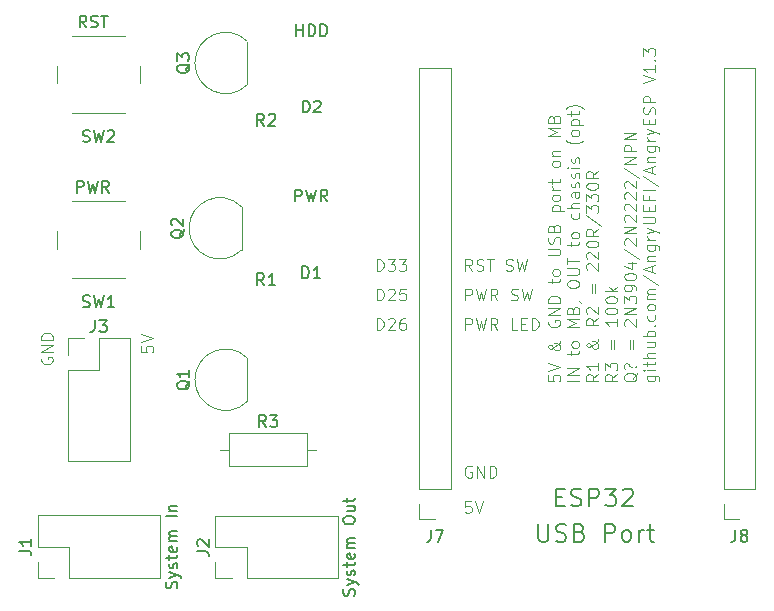
<source format=gbr>
%TF.GenerationSoftware,KiCad,Pcbnew,9.0.6*%
%TF.CreationDate,2025-12-16T22:47:36+01:00*%
%TF.ProjectId,power_control.kicad_proj,706f7765-725f-4636-9f6e-74726f6c2e6b,rev?*%
%TF.SameCoordinates,Original*%
%TF.FileFunction,Legend,Top*%
%TF.FilePolarity,Positive*%
%FSLAX46Y46*%
G04 Gerber Fmt 4.6, Leading zero omitted, Abs format (unit mm)*
G04 Created by KiCad (PCBNEW 9.0.6) date 2025-12-16 22:47:36*
%MOMM*%
%LPD*%
G01*
G04 APERTURE LIST*
%ADD10C,0.100000*%
%ADD11C,0.187500*%
%ADD12C,0.125000*%
%ADD13C,0.150000*%
%ADD14C,0.120000*%
G04 APERTURE END LIST*
D10*
X78375312Y-62372419D02*
X78041979Y-61896228D01*
X77803884Y-62372419D02*
X77803884Y-61372419D01*
X77803884Y-61372419D02*
X78184836Y-61372419D01*
X78184836Y-61372419D02*
X78280074Y-61420038D01*
X78280074Y-61420038D02*
X78327693Y-61467657D01*
X78327693Y-61467657D02*
X78375312Y-61562895D01*
X78375312Y-61562895D02*
X78375312Y-61705752D01*
X78375312Y-61705752D02*
X78327693Y-61800990D01*
X78327693Y-61800990D02*
X78280074Y-61848609D01*
X78280074Y-61848609D02*
X78184836Y-61896228D01*
X78184836Y-61896228D02*
X77803884Y-61896228D01*
X78756265Y-62324800D02*
X78899122Y-62372419D01*
X78899122Y-62372419D02*
X79137217Y-62372419D01*
X79137217Y-62372419D02*
X79232455Y-62324800D01*
X79232455Y-62324800D02*
X79280074Y-62277180D01*
X79280074Y-62277180D02*
X79327693Y-62181942D01*
X79327693Y-62181942D02*
X79327693Y-62086704D01*
X79327693Y-62086704D02*
X79280074Y-61991466D01*
X79280074Y-61991466D02*
X79232455Y-61943847D01*
X79232455Y-61943847D02*
X79137217Y-61896228D01*
X79137217Y-61896228D02*
X78946741Y-61848609D01*
X78946741Y-61848609D02*
X78851503Y-61800990D01*
X78851503Y-61800990D02*
X78803884Y-61753371D01*
X78803884Y-61753371D02*
X78756265Y-61658133D01*
X78756265Y-61658133D02*
X78756265Y-61562895D01*
X78756265Y-61562895D02*
X78803884Y-61467657D01*
X78803884Y-61467657D02*
X78851503Y-61420038D01*
X78851503Y-61420038D02*
X78946741Y-61372419D01*
X78946741Y-61372419D02*
X79184836Y-61372419D01*
X79184836Y-61372419D02*
X79327693Y-61420038D01*
X79613408Y-61372419D02*
X80184836Y-61372419D01*
X79899122Y-62372419D02*
X79899122Y-61372419D01*
X81232456Y-62324800D02*
X81375313Y-62372419D01*
X81375313Y-62372419D02*
X81613408Y-62372419D01*
X81613408Y-62372419D02*
X81708646Y-62324800D01*
X81708646Y-62324800D02*
X81756265Y-62277180D01*
X81756265Y-62277180D02*
X81803884Y-62181942D01*
X81803884Y-62181942D02*
X81803884Y-62086704D01*
X81803884Y-62086704D02*
X81756265Y-61991466D01*
X81756265Y-61991466D02*
X81708646Y-61943847D01*
X81708646Y-61943847D02*
X81613408Y-61896228D01*
X81613408Y-61896228D02*
X81422932Y-61848609D01*
X81422932Y-61848609D02*
X81327694Y-61800990D01*
X81327694Y-61800990D02*
X81280075Y-61753371D01*
X81280075Y-61753371D02*
X81232456Y-61658133D01*
X81232456Y-61658133D02*
X81232456Y-61562895D01*
X81232456Y-61562895D02*
X81280075Y-61467657D01*
X81280075Y-61467657D02*
X81327694Y-61420038D01*
X81327694Y-61420038D02*
X81422932Y-61372419D01*
X81422932Y-61372419D02*
X81661027Y-61372419D01*
X81661027Y-61372419D02*
X81803884Y-61420038D01*
X82137218Y-61372419D02*
X82375313Y-62372419D01*
X82375313Y-62372419D02*
X82565789Y-61658133D01*
X82565789Y-61658133D02*
X82756265Y-62372419D01*
X82756265Y-62372419D02*
X82994361Y-61372419D01*
X77803884Y-64872419D02*
X77803884Y-63872419D01*
X77803884Y-63872419D02*
X78184836Y-63872419D01*
X78184836Y-63872419D02*
X78280074Y-63920038D01*
X78280074Y-63920038D02*
X78327693Y-63967657D01*
X78327693Y-63967657D02*
X78375312Y-64062895D01*
X78375312Y-64062895D02*
X78375312Y-64205752D01*
X78375312Y-64205752D02*
X78327693Y-64300990D01*
X78327693Y-64300990D02*
X78280074Y-64348609D01*
X78280074Y-64348609D02*
X78184836Y-64396228D01*
X78184836Y-64396228D02*
X77803884Y-64396228D01*
X78708646Y-63872419D02*
X78946741Y-64872419D01*
X78946741Y-64872419D02*
X79137217Y-64158133D01*
X79137217Y-64158133D02*
X79327693Y-64872419D01*
X79327693Y-64872419D02*
X79565789Y-63872419D01*
X80518169Y-64872419D02*
X80184836Y-64396228D01*
X79946741Y-64872419D02*
X79946741Y-63872419D01*
X79946741Y-63872419D02*
X80327693Y-63872419D01*
X80327693Y-63872419D02*
X80422931Y-63920038D01*
X80422931Y-63920038D02*
X80470550Y-63967657D01*
X80470550Y-63967657D02*
X80518169Y-64062895D01*
X80518169Y-64062895D02*
X80518169Y-64205752D01*
X80518169Y-64205752D02*
X80470550Y-64300990D01*
X80470550Y-64300990D02*
X80422931Y-64348609D01*
X80422931Y-64348609D02*
X80327693Y-64396228D01*
X80327693Y-64396228D02*
X79946741Y-64396228D01*
X81661027Y-64824800D02*
X81803884Y-64872419D01*
X81803884Y-64872419D02*
X82041979Y-64872419D01*
X82041979Y-64872419D02*
X82137217Y-64824800D01*
X82137217Y-64824800D02*
X82184836Y-64777180D01*
X82184836Y-64777180D02*
X82232455Y-64681942D01*
X82232455Y-64681942D02*
X82232455Y-64586704D01*
X82232455Y-64586704D02*
X82184836Y-64491466D01*
X82184836Y-64491466D02*
X82137217Y-64443847D01*
X82137217Y-64443847D02*
X82041979Y-64396228D01*
X82041979Y-64396228D02*
X81851503Y-64348609D01*
X81851503Y-64348609D02*
X81756265Y-64300990D01*
X81756265Y-64300990D02*
X81708646Y-64253371D01*
X81708646Y-64253371D02*
X81661027Y-64158133D01*
X81661027Y-64158133D02*
X81661027Y-64062895D01*
X81661027Y-64062895D02*
X81708646Y-63967657D01*
X81708646Y-63967657D02*
X81756265Y-63920038D01*
X81756265Y-63920038D02*
X81851503Y-63872419D01*
X81851503Y-63872419D02*
X82089598Y-63872419D01*
X82089598Y-63872419D02*
X82232455Y-63920038D01*
X82565789Y-63872419D02*
X82803884Y-64872419D01*
X82803884Y-64872419D02*
X82994360Y-64158133D01*
X82994360Y-64158133D02*
X83184836Y-64872419D01*
X83184836Y-64872419D02*
X83422932Y-63872419D01*
X77803884Y-67372419D02*
X77803884Y-66372419D01*
X77803884Y-66372419D02*
X78184836Y-66372419D01*
X78184836Y-66372419D02*
X78280074Y-66420038D01*
X78280074Y-66420038D02*
X78327693Y-66467657D01*
X78327693Y-66467657D02*
X78375312Y-66562895D01*
X78375312Y-66562895D02*
X78375312Y-66705752D01*
X78375312Y-66705752D02*
X78327693Y-66800990D01*
X78327693Y-66800990D02*
X78280074Y-66848609D01*
X78280074Y-66848609D02*
X78184836Y-66896228D01*
X78184836Y-66896228D02*
X77803884Y-66896228D01*
X78708646Y-66372419D02*
X78946741Y-67372419D01*
X78946741Y-67372419D02*
X79137217Y-66658133D01*
X79137217Y-66658133D02*
X79327693Y-67372419D01*
X79327693Y-67372419D02*
X79565789Y-66372419D01*
X80518169Y-67372419D02*
X80184836Y-66896228D01*
X79946741Y-67372419D02*
X79946741Y-66372419D01*
X79946741Y-66372419D02*
X80327693Y-66372419D01*
X80327693Y-66372419D02*
X80422931Y-66420038D01*
X80422931Y-66420038D02*
X80470550Y-66467657D01*
X80470550Y-66467657D02*
X80518169Y-66562895D01*
X80518169Y-66562895D02*
X80518169Y-66705752D01*
X80518169Y-66705752D02*
X80470550Y-66800990D01*
X80470550Y-66800990D02*
X80422931Y-66848609D01*
X80422931Y-66848609D02*
X80327693Y-66896228D01*
X80327693Y-66896228D02*
X79946741Y-66896228D01*
X82184836Y-67372419D02*
X81708646Y-67372419D01*
X81708646Y-67372419D02*
X81708646Y-66372419D01*
X82518170Y-66848609D02*
X82851503Y-66848609D01*
X82994360Y-67372419D02*
X82518170Y-67372419D01*
X82518170Y-67372419D02*
X82518170Y-66372419D01*
X82518170Y-66372419D02*
X82994360Y-66372419D01*
X83422932Y-67372419D02*
X83422932Y-66372419D01*
X83422932Y-66372419D02*
X83661027Y-66372419D01*
X83661027Y-66372419D02*
X83803884Y-66420038D01*
X83803884Y-66420038D02*
X83899122Y-66515276D01*
X83899122Y-66515276D02*
X83946741Y-66610514D01*
X83946741Y-66610514D02*
X83994360Y-66800990D01*
X83994360Y-66800990D02*
X83994360Y-66943847D01*
X83994360Y-66943847D02*
X83946741Y-67134323D01*
X83946741Y-67134323D02*
X83899122Y-67229561D01*
X83899122Y-67229561D02*
X83803884Y-67324800D01*
X83803884Y-67324800D02*
X83661027Y-67372419D01*
X83661027Y-67372419D02*
X83422932Y-67372419D01*
X70303884Y-62372419D02*
X70303884Y-61372419D01*
X70303884Y-61372419D02*
X70541979Y-61372419D01*
X70541979Y-61372419D02*
X70684836Y-61420038D01*
X70684836Y-61420038D02*
X70780074Y-61515276D01*
X70780074Y-61515276D02*
X70827693Y-61610514D01*
X70827693Y-61610514D02*
X70875312Y-61800990D01*
X70875312Y-61800990D02*
X70875312Y-61943847D01*
X70875312Y-61943847D02*
X70827693Y-62134323D01*
X70827693Y-62134323D02*
X70780074Y-62229561D01*
X70780074Y-62229561D02*
X70684836Y-62324800D01*
X70684836Y-62324800D02*
X70541979Y-62372419D01*
X70541979Y-62372419D02*
X70303884Y-62372419D01*
X71208646Y-61372419D02*
X71827693Y-61372419D01*
X71827693Y-61372419D02*
X71494360Y-61753371D01*
X71494360Y-61753371D02*
X71637217Y-61753371D01*
X71637217Y-61753371D02*
X71732455Y-61800990D01*
X71732455Y-61800990D02*
X71780074Y-61848609D01*
X71780074Y-61848609D02*
X71827693Y-61943847D01*
X71827693Y-61943847D02*
X71827693Y-62181942D01*
X71827693Y-62181942D02*
X71780074Y-62277180D01*
X71780074Y-62277180D02*
X71732455Y-62324800D01*
X71732455Y-62324800D02*
X71637217Y-62372419D01*
X71637217Y-62372419D02*
X71351503Y-62372419D01*
X71351503Y-62372419D02*
X71256265Y-62324800D01*
X71256265Y-62324800D02*
X71208646Y-62277180D01*
X72161027Y-61372419D02*
X72780074Y-61372419D01*
X72780074Y-61372419D02*
X72446741Y-61753371D01*
X72446741Y-61753371D02*
X72589598Y-61753371D01*
X72589598Y-61753371D02*
X72684836Y-61800990D01*
X72684836Y-61800990D02*
X72732455Y-61848609D01*
X72732455Y-61848609D02*
X72780074Y-61943847D01*
X72780074Y-61943847D02*
X72780074Y-62181942D01*
X72780074Y-62181942D02*
X72732455Y-62277180D01*
X72732455Y-62277180D02*
X72684836Y-62324800D01*
X72684836Y-62324800D02*
X72589598Y-62372419D01*
X72589598Y-62372419D02*
X72303884Y-62372419D01*
X72303884Y-62372419D02*
X72208646Y-62324800D01*
X72208646Y-62324800D02*
X72161027Y-62277180D01*
X70303884Y-64872419D02*
X70303884Y-63872419D01*
X70303884Y-63872419D02*
X70541979Y-63872419D01*
X70541979Y-63872419D02*
X70684836Y-63920038D01*
X70684836Y-63920038D02*
X70780074Y-64015276D01*
X70780074Y-64015276D02*
X70827693Y-64110514D01*
X70827693Y-64110514D02*
X70875312Y-64300990D01*
X70875312Y-64300990D02*
X70875312Y-64443847D01*
X70875312Y-64443847D02*
X70827693Y-64634323D01*
X70827693Y-64634323D02*
X70780074Y-64729561D01*
X70780074Y-64729561D02*
X70684836Y-64824800D01*
X70684836Y-64824800D02*
X70541979Y-64872419D01*
X70541979Y-64872419D02*
X70303884Y-64872419D01*
X71256265Y-63967657D02*
X71303884Y-63920038D01*
X71303884Y-63920038D02*
X71399122Y-63872419D01*
X71399122Y-63872419D02*
X71637217Y-63872419D01*
X71637217Y-63872419D02*
X71732455Y-63920038D01*
X71732455Y-63920038D02*
X71780074Y-63967657D01*
X71780074Y-63967657D02*
X71827693Y-64062895D01*
X71827693Y-64062895D02*
X71827693Y-64158133D01*
X71827693Y-64158133D02*
X71780074Y-64300990D01*
X71780074Y-64300990D02*
X71208646Y-64872419D01*
X71208646Y-64872419D02*
X71827693Y-64872419D01*
X72732455Y-63872419D02*
X72256265Y-63872419D01*
X72256265Y-63872419D02*
X72208646Y-64348609D01*
X72208646Y-64348609D02*
X72256265Y-64300990D01*
X72256265Y-64300990D02*
X72351503Y-64253371D01*
X72351503Y-64253371D02*
X72589598Y-64253371D01*
X72589598Y-64253371D02*
X72684836Y-64300990D01*
X72684836Y-64300990D02*
X72732455Y-64348609D01*
X72732455Y-64348609D02*
X72780074Y-64443847D01*
X72780074Y-64443847D02*
X72780074Y-64681942D01*
X72780074Y-64681942D02*
X72732455Y-64777180D01*
X72732455Y-64777180D02*
X72684836Y-64824800D01*
X72684836Y-64824800D02*
X72589598Y-64872419D01*
X72589598Y-64872419D02*
X72351503Y-64872419D01*
X72351503Y-64872419D02*
X72256265Y-64824800D01*
X72256265Y-64824800D02*
X72208646Y-64777180D01*
X70303884Y-67372419D02*
X70303884Y-66372419D01*
X70303884Y-66372419D02*
X70541979Y-66372419D01*
X70541979Y-66372419D02*
X70684836Y-66420038D01*
X70684836Y-66420038D02*
X70780074Y-66515276D01*
X70780074Y-66515276D02*
X70827693Y-66610514D01*
X70827693Y-66610514D02*
X70875312Y-66800990D01*
X70875312Y-66800990D02*
X70875312Y-66943847D01*
X70875312Y-66943847D02*
X70827693Y-67134323D01*
X70827693Y-67134323D02*
X70780074Y-67229561D01*
X70780074Y-67229561D02*
X70684836Y-67324800D01*
X70684836Y-67324800D02*
X70541979Y-67372419D01*
X70541979Y-67372419D02*
X70303884Y-67372419D01*
X71256265Y-66467657D02*
X71303884Y-66420038D01*
X71303884Y-66420038D02*
X71399122Y-66372419D01*
X71399122Y-66372419D02*
X71637217Y-66372419D01*
X71637217Y-66372419D02*
X71732455Y-66420038D01*
X71732455Y-66420038D02*
X71780074Y-66467657D01*
X71780074Y-66467657D02*
X71827693Y-66562895D01*
X71827693Y-66562895D02*
X71827693Y-66658133D01*
X71827693Y-66658133D02*
X71780074Y-66800990D01*
X71780074Y-66800990D02*
X71208646Y-67372419D01*
X71208646Y-67372419D02*
X71827693Y-67372419D01*
X72684836Y-66372419D02*
X72494360Y-66372419D01*
X72494360Y-66372419D02*
X72399122Y-66420038D01*
X72399122Y-66420038D02*
X72351503Y-66467657D01*
X72351503Y-66467657D02*
X72256265Y-66610514D01*
X72256265Y-66610514D02*
X72208646Y-66800990D01*
X72208646Y-66800990D02*
X72208646Y-67181942D01*
X72208646Y-67181942D02*
X72256265Y-67277180D01*
X72256265Y-67277180D02*
X72303884Y-67324800D01*
X72303884Y-67324800D02*
X72399122Y-67372419D01*
X72399122Y-67372419D02*
X72589598Y-67372419D01*
X72589598Y-67372419D02*
X72684836Y-67324800D01*
X72684836Y-67324800D02*
X72732455Y-67277180D01*
X72732455Y-67277180D02*
X72780074Y-67181942D01*
X72780074Y-67181942D02*
X72780074Y-66943847D01*
X72780074Y-66943847D02*
X72732455Y-66848609D01*
X72732455Y-66848609D02*
X72684836Y-66800990D01*
X72684836Y-66800990D02*
X72589598Y-66753371D01*
X72589598Y-66753371D02*
X72399122Y-66753371D01*
X72399122Y-66753371D02*
X72303884Y-66800990D01*
X72303884Y-66800990D02*
X72256265Y-66848609D01*
X72256265Y-66848609D02*
X72208646Y-66943847D01*
X50372419Y-68759925D02*
X50372419Y-69236115D01*
X50372419Y-69236115D02*
X50848609Y-69283734D01*
X50848609Y-69283734D02*
X50800990Y-69236115D01*
X50800990Y-69236115D02*
X50753371Y-69140877D01*
X50753371Y-69140877D02*
X50753371Y-68902782D01*
X50753371Y-68902782D02*
X50800990Y-68807544D01*
X50800990Y-68807544D02*
X50848609Y-68759925D01*
X50848609Y-68759925D02*
X50943847Y-68712306D01*
X50943847Y-68712306D02*
X51181942Y-68712306D01*
X51181942Y-68712306D02*
X51277180Y-68759925D01*
X51277180Y-68759925D02*
X51324800Y-68807544D01*
X51324800Y-68807544D02*
X51372419Y-68902782D01*
X51372419Y-68902782D02*
X51372419Y-69140877D01*
X51372419Y-69140877D02*
X51324800Y-69236115D01*
X51324800Y-69236115D02*
X51277180Y-69283734D01*
X50372419Y-68426591D02*
X51372419Y-68093258D01*
X51372419Y-68093258D02*
X50372419Y-67759925D01*
X41920038Y-69712306D02*
X41872419Y-69807544D01*
X41872419Y-69807544D02*
X41872419Y-69950401D01*
X41872419Y-69950401D02*
X41920038Y-70093258D01*
X41920038Y-70093258D02*
X42015276Y-70188496D01*
X42015276Y-70188496D02*
X42110514Y-70236115D01*
X42110514Y-70236115D02*
X42300990Y-70283734D01*
X42300990Y-70283734D02*
X42443847Y-70283734D01*
X42443847Y-70283734D02*
X42634323Y-70236115D01*
X42634323Y-70236115D02*
X42729561Y-70188496D01*
X42729561Y-70188496D02*
X42824800Y-70093258D01*
X42824800Y-70093258D02*
X42872419Y-69950401D01*
X42872419Y-69950401D02*
X42872419Y-69855163D01*
X42872419Y-69855163D02*
X42824800Y-69712306D01*
X42824800Y-69712306D02*
X42777180Y-69664687D01*
X42777180Y-69664687D02*
X42443847Y-69664687D01*
X42443847Y-69664687D02*
X42443847Y-69855163D01*
X42872419Y-69236115D02*
X41872419Y-69236115D01*
X41872419Y-69236115D02*
X42872419Y-68664687D01*
X42872419Y-68664687D02*
X41872419Y-68664687D01*
X42872419Y-68188496D02*
X41872419Y-68188496D01*
X41872419Y-68188496D02*
X41872419Y-67950401D01*
X41872419Y-67950401D02*
X41920038Y-67807544D01*
X41920038Y-67807544D02*
X42015276Y-67712306D01*
X42015276Y-67712306D02*
X42110514Y-67664687D01*
X42110514Y-67664687D02*
X42300990Y-67617068D01*
X42300990Y-67617068D02*
X42443847Y-67617068D01*
X42443847Y-67617068D02*
X42634323Y-67664687D01*
X42634323Y-67664687D02*
X42729561Y-67712306D01*
X42729561Y-67712306D02*
X42824800Y-67807544D01*
X42824800Y-67807544D02*
X42872419Y-67950401D01*
X42872419Y-67950401D02*
X42872419Y-68188496D01*
X78327693Y-78920038D02*
X78232455Y-78872419D01*
X78232455Y-78872419D02*
X78089598Y-78872419D01*
X78089598Y-78872419D02*
X77946741Y-78920038D01*
X77946741Y-78920038D02*
X77851503Y-79015276D01*
X77851503Y-79015276D02*
X77803884Y-79110514D01*
X77803884Y-79110514D02*
X77756265Y-79300990D01*
X77756265Y-79300990D02*
X77756265Y-79443847D01*
X77756265Y-79443847D02*
X77803884Y-79634323D01*
X77803884Y-79634323D02*
X77851503Y-79729561D01*
X77851503Y-79729561D02*
X77946741Y-79824800D01*
X77946741Y-79824800D02*
X78089598Y-79872419D01*
X78089598Y-79872419D02*
X78184836Y-79872419D01*
X78184836Y-79872419D02*
X78327693Y-79824800D01*
X78327693Y-79824800D02*
X78375312Y-79777180D01*
X78375312Y-79777180D02*
X78375312Y-79443847D01*
X78375312Y-79443847D02*
X78184836Y-79443847D01*
X78803884Y-79872419D02*
X78803884Y-78872419D01*
X78803884Y-78872419D02*
X79375312Y-79872419D01*
X79375312Y-79872419D02*
X79375312Y-78872419D01*
X79851503Y-79872419D02*
X79851503Y-78872419D01*
X79851503Y-78872419D02*
X80089598Y-78872419D01*
X80089598Y-78872419D02*
X80232455Y-78920038D01*
X80232455Y-78920038D02*
X80327693Y-79015276D01*
X80327693Y-79015276D02*
X80375312Y-79110514D01*
X80375312Y-79110514D02*
X80422931Y-79300990D01*
X80422931Y-79300990D02*
X80422931Y-79443847D01*
X80422931Y-79443847D02*
X80375312Y-79634323D01*
X80375312Y-79634323D02*
X80327693Y-79729561D01*
X80327693Y-79729561D02*
X80232455Y-79824800D01*
X80232455Y-79824800D02*
X80089598Y-79872419D01*
X80089598Y-79872419D02*
X79851503Y-79872419D01*
D11*
X85480497Y-81520964D02*
X85980497Y-81520964D01*
X86194783Y-82306678D02*
X85480497Y-82306678D01*
X85480497Y-82306678D02*
X85480497Y-80806678D01*
X85480497Y-80806678D02*
X86194783Y-80806678D01*
X86766212Y-82235250D02*
X86980498Y-82306678D01*
X86980498Y-82306678D02*
X87337640Y-82306678D01*
X87337640Y-82306678D02*
X87480498Y-82235250D01*
X87480498Y-82235250D02*
X87551926Y-82163821D01*
X87551926Y-82163821D02*
X87623355Y-82020964D01*
X87623355Y-82020964D02*
X87623355Y-81878107D01*
X87623355Y-81878107D02*
X87551926Y-81735250D01*
X87551926Y-81735250D02*
X87480498Y-81663821D01*
X87480498Y-81663821D02*
X87337640Y-81592392D01*
X87337640Y-81592392D02*
X87051926Y-81520964D01*
X87051926Y-81520964D02*
X86909069Y-81449535D01*
X86909069Y-81449535D02*
X86837640Y-81378107D01*
X86837640Y-81378107D02*
X86766212Y-81235250D01*
X86766212Y-81235250D02*
X86766212Y-81092392D01*
X86766212Y-81092392D02*
X86837640Y-80949535D01*
X86837640Y-80949535D02*
X86909069Y-80878107D01*
X86909069Y-80878107D02*
X87051926Y-80806678D01*
X87051926Y-80806678D02*
X87409069Y-80806678D01*
X87409069Y-80806678D02*
X87623355Y-80878107D01*
X88266211Y-82306678D02*
X88266211Y-80806678D01*
X88266211Y-80806678D02*
X88837640Y-80806678D01*
X88837640Y-80806678D02*
X88980497Y-80878107D01*
X88980497Y-80878107D02*
X89051926Y-80949535D01*
X89051926Y-80949535D02*
X89123354Y-81092392D01*
X89123354Y-81092392D02*
X89123354Y-81306678D01*
X89123354Y-81306678D02*
X89051926Y-81449535D01*
X89051926Y-81449535D02*
X88980497Y-81520964D01*
X88980497Y-81520964D02*
X88837640Y-81592392D01*
X88837640Y-81592392D02*
X88266211Y-81592392D01*
X89623354Y-80806678D02*
X90551926Y-80806678D01*
X90551926Y-80806678D02*
X90051926Y-81378107D01*
X90051926Y-81378107D02*
X90266211Y-81378107D01*
X90266211Y-81378107D02*
X90409069Y-81449535D01*
X90409069Y-81449535D02*
X90480497Y-81520964D01*
X90480497Y-81520964D02*
X90551926Y-81663821D01*
X90551926Y-81663821D02*
X90551926Y-82020964D01*
X90551926Y-82020964D02*
X90480497Y-82163821D01*
X90480497Y-82163821D02*
X90409069Y-82235250D01*
X90409069Y-82235250D02*
X90266211Y-82306678D01*
X90266211Y-82306678D02*
X89837640Y-82306678D01*
X89837640Y-82306678D02*
X89694783Y-82235250D01*
X89694783Y-82235250D02*
X89623354Y-82163821D01*
X91123354Y-80949535D02*
X91194782Y-80878107D01*
X91194782Y-80878107D02*
X91337640Y-80806678D01*
X91337640Y-80806678D02*
X91694782Y-80806678D01*
X91694782Y-80806678D02*
X91837640Y-80878107D01*
X91837640Y-80878107D02*
X91909068Y-80949535D01*
X91909068Y-80949535D02*
X91980497Y-81092392D01*
X91980497Y-81092392D02*
X91980497Y-81235250D01*
X91980497Y-81235250D02*
X91909068Y-81449535D01*
X91909068Y-81449535D02*
X91051925Y-82306678D01*
X91051925Y-82306678D02*
X91980497Y-82306678D01*
D12*
X84821399Y-71203478D02*
X84821399Y-71679668D01*
X84821399Y-71679668D02*
X85297589Y-71727287D01*
X85297589Y-71727287D02*
X85249970Y-71679668D01*
X85249970Y-71679668D02*
X85202351Y-71584430D01*
X85202351Y-71584430D02*
X85202351Y-71346335D01*
X85202351Y-71346335D02*
X85249970Y-71251097D01*
X85249970Y-71251097D02*
X85297589Y-71203478D01*
X85297589Y-71203478D02*
X85392827Y-71155859D01*
X85392827Y-71155859D02*
X85630922Y-71155859D01*
X85630922Y-71155859D02*
X85726160Y-71203478D01*
X85726160Y-71203478D02*
X85773780Y-71251097D01*
X85773780Y-71251097D02*
X85821399Y-71346335D01*
X85821399Y-71346335D02*
X85821399Y-71584430D01*
X85821399Y-71584430D02*
X85773780Y-71679668D01*
X85773780Y-71679668D02*
X85726160Y-71727287D01*
X84821399Y-70870144D02*
X85821399Y-70536811D01*
X85821399Y-70536811D02*
X84821399Y-70203478D01*
X85821399Y-68298715D02*
X85821399Y-68346335D01*
X85821399Y-68346335D02*
X85773780Y-68441573D01*
X85773780Y-68441573D02*
X85630922Y-68584430D01*
X85630922Y-68584430D02*
X85345208Y-68822525D01*
X85345208Y-68822525D02*
X85202351Y-68917763D01*
X85202351Y-68917763D02*
X85059494Y-68965382D01*
X85059494Y-68965382D02*
X84964256Y-68965382D01*
X84964256Y-68965382D02*
X84869018Y-68917763D01*
X84869018Y-68917763D02*
X84821399Y-68822525D01*
X84821399Y-68822525D02*
X84821399Y-68774906D01*
X84821399Y-68774906D02*
X84869018Y-68679668D01*
X84869018Y-68679668D02*
X84964256Y-68632049D01*
X84964256Y-68632049D02*
X85011875Y-68632049D01*
X85011875Y-68632049D02*
X85107113Y-68679668D01*
X85107113Y-68679668D02*
X85154732Y-68727287D01*
X85154732Y-68727287D02*
X85345208Y-69013001D01*
X85345208Y-69013001D02*
X85392827Y-69060620D01*
X85392827Y-69060620D02*
X85488065Y-69108239D01*
X85488065Y-69108239D02*
X85630922Y-69108239D01*
X85630922Y-69108239D02*
X85726160Y-69060620D01*
X85726160Y-69060620D02*
X85773780Y-69013001D01*
X85773780Y-69013001D02*
X85821399Y-68917763D01*
X85821399Y-68917763D02*
X85821399Y-68774906D01*
X85821399Y-68774906D02*
X85773780Y-68679668D01*
X85773780Y-68679668D02*
X85726160Y-68632049D01*
X85726160Y-68632049D02*
X85535684Y-68489192D01*
X85535684Y-68489192D02*
X85392827Y-68441573D01*
X85392827Y-68441573D02*
X85297589Y-68441573D01*
X84869018Y-66584430D02*
X84821399Y-66679668D01*
X84821399Y-66679668D02*
X84821399Y-66822525D01*
X84821399Y-66822525D02*
X84869018Y-66965382D01*
X84869018Y-66965382D02*
X84964256Y-67060620D01*
X84964256Y-67060620D02*
X85059494Y-67108239D01*
X85059494Y-67108239D02*
X85249970Y-67155858D01*
X85249970Y-67155858D02*
X85392827Y-67155858D01*
X85392827Y-67155858D02*
X85583303Y-67108239D01*
X85583303Y-67108239D02*
X85678541Y-67060620D01*
X85678541Y-67060620D02*
X85773780Y-66965382D01*
X85773780Y-66965382D02*
X85821399Y-66822525D01*
X85821399Y-66822525D02*
X85821399Y-66727287D01*
X85821399Y-66727287D02*
X85773780Y-66584430D01*
X85773780Y-66584430D02*
X85726160Y-66536811D01*
X85726160Y-66536811D02*
X85392827Y-66536811D01*
X85392827Y-66536811D02*
X85392827Y-66727287D01*
X85821399Y-66108239D02*
X84821399Y-66108239D01*
X84821399Y-66108239D02*
X85821399Y-65536811D01*
X85821399Y-65536811D02*
X84821399Y-65536811D01*
X85821399Y-65060620D02*
X84821399Y-65060620D01*
X84821399Y-65060620D02*
X84821399Y-64822525D01*
X84821399Y-64822525D02*
X84869018Y-64679668D01*
X84869018Y-64679668D02*
X84964256Y-64584430D01*
X84964256Y-64584430D02*
X85059494Y-64536811D01*
X85059494Y-64536811D02*
X85249970Y-64489192D01*
X85249970Y-64489192D02*
X85392827Y-64489192D01*
X85392827Y-64489192D02*
X85583303Y-64536811D01*
X85583303Y-64536811D02*
X85678541Y-64584430D01*
X85678541Y-64584430D02*
X85773780Y-64679668D01*
X85773780Y-64679668D02*
X85821399Y-64822525D01*
X85821399Y-64822525D02*
X85821399Y-65060620D01*
X85154732Y-63441572D02*
X85154732Y-63060620D01*
X84821399Y-63298715D02*
X85678541Y-63298715D01*
X85678541Y-63298715D02*
X85773780Y-63251096D01*
X85773780Y-63251096D02*
X85821399Y-63155858D01*
X85821399Y-63155858D02*
X85821399Y-63060620D01*
X85821399Y-62584429D02*
X85773780Y-62679667D01*
X85773780Y-62679667D02*
X85726160Y-62727286D01*
X85726160Y-62727286D02*
X85630922Y-62774905D01*
X85630922Y-62774905D02*
X85345208Y-62774905D01*
X85345208Y-62774905D02*
X85249970Y-62727286D01*
X85249970Y-62727286D02*
X85202351Y-62679667D01*
X85202351Y-62679667D02*
X85154732Y-62584429D01*
X85154732Y-62584429D02*
X85154732Y-62441572D01*
X85154732Y-62441572D02*
X85202351Y-62346334D01*
X85202351Y-62346334D02*
X85249970Y-62298715D01*
X85249970Y-62298715D02*
X85345208Y-62251096D01*
X85345208Y-62251096D02*
X85630922Y-62251096D01*
X85630922Y-62251096D02*
X85726160Y-62298715D01*
X85726160Y-62298715D02*
X85773780Y-62346334D01*
X85773780Y-62346334D02*
X85821399Y-62441572D01*
X85821399Y-62441572D02*
X85821399Y-62584429D01*
X84821399Y-61060619D02*
X85630922Y-61060619D01*
X85630922Y-61060619D02*
X85726160Y-61013000D01*
X85726160Y-61013000D02*
X85773780Y-60965381D01*
X85773780Y-60965381D02*
X85821399Y-60870143D01*
X85821399Y-60870143D02*
X85821399Y-60679667D01*
X85821399Y-60679667D02*
X85773780Y-60584429D01*
X85773780Y-60584429D02*
X85726160Y-60536810D01*
X85726160Y-60536810D02*
X85630922Y-60489191D01*
X85630922Y-60489191D02*
X84821399Y-60489191D01*
X85773780Y-60060619D02*
X85821399Y-59917762D01*
X85821399Y-59917762D02*
X85821399Y-59679667D01*
X85821399Y-59679667D02*
X85773780Y-59584429D01*
X85773780Y-59584429D02*
X85726160Y-59536810D01*
X85726160Y-59536810D02*
X85630922Y-59489191D01*
X85630922Y-59489191D02*
X85535684Y-59489191D01*
X85535684Y-59489191D02*
X85440446Y-59536810D01*
X85440446Y-59536810D02*
X85392827Y-59584429D01*
X85392827Y-59584429D02*
X85345208Y-59679667D01*
X85345208Y-59679667D02*
X85297589Y-59870143D01*
X85297589Y-59870143D02*
X85249970Y-59965381D01*
X85249970Y-59965381D02*
X85202351Y-60013000D01*
X85202351Y-60013000D02*
X85107113Y-60060619D01*
X85107113Y-60060619D02*
X85011875Y-60060619D01*
X85011875Y-60060619D02*
X84916637Y-60013000D01*
X84916637Y-60013000D02*
X84869018Y-59965381D01*
X84869018Y-59965381D02*
X84821399Y-59870143D01*
X84821399Y-59870143D02*
X84821399Y-59632048D01*
X84821399Y-59632048D02*
X84869018Y-59489191D01*
X85297589Y-58727286D02*
X85345208Y-58584429D01*
X85345208Y-58584429D02*
X85392827Y-58536810D01*
X85392827Y-58536810D02*
X85488065Y-58489191D01*
X85488065Y-58489191D02*
X85630922Y-58489191D01*
X85630922Y-58489191D02*
X85726160Y-58536810D01*
X85726160Y-58536810D02*
X85773780Y-58584429D01*
X85773780Y-58584429D02*
X85821399Y-58679667D01*
X85821399Y-58679667D02*
X85821399Y-59060619D01*
X85821399Y-59060619D02*
X84821399Y-59060619D01*
X84821399Y-59060619D02*
X84821399Y-58727286D01*
X84821399Y-58727286D02*
X84869018Y-58632048D01*
X84869018Y-58632048D02*
X84916637Y-58584429D01*
X84916637Y-58584429D02*
X85011875Y-58536810D01*
X85011875Y-58536810D02*
X85107113Y-58536810D01*
X85107113Y-58536810D02*
X85202351Y-58584429D01*
X85202351Y-58584429D02*
X85249970Y-58632048D01*
X85249970Y-58632048D02*
X85297589Y-58727286D01*
X85297589Y-58727286D02*
X85297589Y-59060619D01*
X85154732Y-57298714D02*
X86154732Y-57298714D01*
X85202351Y-57298714D02*
X85154732Y-57203476D01*
X85154732Y-57203476D02*
X85154732Y-57013000D01*
X85154732Y-57013000D02*
X85202351Y-56917762D01*
X85202351Y-56917762D02*
X85249970Y-56870143D01*
X85249970Y-56870143D02*
X85345208Y-56822524D01*
X85345208Y-56822524D02*
X85630922Y-56822524D01*
X85630922Y-56822524D02*
X85726160Y-56870143D01*
X85726160Y-56870143D02*
X85773780Y-56917762D01*
X85773780Y-56917762D02*
X85821399Y-57013000D01*
X85821399Y-57013000D02*
X85821399Y-57203476D01*
X85821399Y-57203476D02*
X85773780Y-57298714D01*
X85821399Y-56251095D02*
X85773780Y-56346333D01*
X85773780Y-56346333D02*
X85726160Y-56393952D01*
X85726160Y-56393952D02*
X85630922Y-56441571D01*
X85630922Y-56441571D02*
X85345208Y-56441571D01*
X85345208Y-56441571D02*
X85249970Y-56393952D01*
X85249970Y-56393952D02*
X85202351Y-56346333D01*
X85202351Y-56346333D02*
X85154732Y-56251095D01*
X85154732Y-56251095D02*
X85154732Y-56108238D01*
X85154732Y-56108238D02*
X85202351Y-56013000D01*
X85202351Y-56013000D02*
X85249970Y-55965381D01*
X85249970Y-55965381D02*
X85345208Y-55917762D01*
X85345208Y-55917762D02*
X85630922Y-55917762D01*
X85630922Y-55917762D02*
X85726160Y-55965381D01*
X85726160Y-55965381D02*
X85773780Y-56013000D01*
X85773780Y-56013000D02*
X85821399Y-56108238D01*
X85821399Y-56108238D02*
X85821399Y-56251095D01*
X85821399Y-55489190D02*
X85154732Y-55489190D01*
X85345208Y-55489190D02*
X85249970Y-55441571D01*
X85249970Y-55441571D02*
X85202351Y-55393952D01*
X85202351Y-55393952D02*
X85154732Y-55298714D01*
X85154732Y-55298714D02*
X85154732Y-55203476D01*
X85154732Y-55012999D02*
X85154732Y-54632047D01*
X84821399Y-54870142D02*
X85678541Y-54870142D01*
X85678541Y-54870142D02*
X85773780Y-54822523D01*
X85773780Y-54822523D02*
X85821399Y-54727285D01*
X85821399Y-54727285D02*
X85821399Y-54632047D01*
X85821399Y-53393951D02*
X85773780Y-53489189D01*
X85773780Y-53489189D02*
X85726160Y-53536808D01*
X85726160Y-53536808D02*
X85630922Y-53584427D01*
X85630922Y-53584427D02*
X85345208Y-53584427D01*
X85345208Y-53584427D02*
X85249970Y-53536808D01*
X85249970Y-53536808D02*
X85202351Y-53489189D01*
X85202351Y-53489189D02*
X85154732Y-53393951D01*
X85154732Y-53393951D02*
X85154732Y-53251094D01*
X85154732Y-53251094D02*
X85202351Y-53155856D01*
X85202351Y-53155856D02*
X85249970Y-53108237D01*
X85249970Y-53108237D02*
X85345208Y-53060618D01*
X85345208Y-53060618D02*
X85630922Y-53060618D01*
X85630922Y-53060618D02*
X85726160Y-53108237D01*
X85726160Y-53108237D02*
X85773780Y-53155856D01*
X85773780Y-53155856D02*
X85821399Y-53251094D01*
X85821399Y-53251094D02*
X85821399Y-53393951D01*
X85154732Y-52632046D02*
X85821399Y-52632046D01*
X85249970Y-52632046D02*
X85202351Y-52584427D01*
X85202351Y-52584427D02*
X85154732Y-52489189D01*
X85154732Y-52489189D02*
X85154732Y-52346332D01*
X85154732Y-52346332D02*
X85202351Y-52251094D01*
X85202351Y-52251094D02*
X85297589Y-52203475D01*
X85297589Y-52203475D02*
X85821399Y-52203475D01*
X85821399Y-50965379D02*
X84821399Y-50965379D01*
X84821399Y-50965379D02*
X85535684Y-50632046D01*
X85535684Y-50632046D02*
X84821399Y-50298713D01*
X84821399Y-50298713D02*
X85821399Y-50298713D01*
X85297589Y-49489189D02*
X85345208Y-49346332D01*
X85345208Y-49346332D02*
X85392827Y-49298713D01*
X85392827Y-49298713D02*
X85488065Y-49251094D01*
X85488065Y-49251094D02*
X85630922Y-49251094D01*
X85630922Y-49251094D02*
X85726160Y-49298713D01*
X85726160Y-49298713D02*
X85773780Y-49346332D01*
X85773780Y-49346332D02*
X85821399Y-49441570D01*
X85821399Y-49441570D02*
X85821399Y-49822522D01*
X85821399Y-49822522D02*
X84821399Y-49822522D01*
X84821399Y-49822522D02*
X84821399Y-49489189D01*
X84821399Y-49489189D02*
X84869018Y-49393951D01*
X84869018Y-49393951D02*
X84916637Y-49346332D01*
X84916637Y-49346332D02*
X85011875Y-49298713D01*
X85011875Y-49298713D02*
X85107113Y-49298713D01*
X85107113Y-49298713D02*
X85202351Y-49346332D01*
X85202351Y-49346332D02*
X85249970Y-49393951D01*
X85249970Y-49393951D02*
X85297589Y-49489189D01*
X85297589Y-49489189D02*
X85297589Y-49822522D01*
X87431343Y-71679668D02*
X86431343Y-71679668D01*
X87431343Y-71203478D02*
X86431343Y-71203478D01*
X86431343Y-71203478D02*
X87431343Y-70632050D01*
X87431343Y-70632050D02*
X86431343Y-70632050D01*
X86764676Y-69536811D02*
X86764676Y-69155859D01*
X86431343Y-69393954D02*
X87288485Y-69393954D01*
X87288485Y-69393954D02*
X87383724Y-69346335D01*
X87383724Y-69346335D02*
X87431343Y-69251097D01*
X87431343Y-69251097D02*
X87431343Y-69155859D01*
X87431343Y-68679668D02*
X87383724Y-68774906D01*
X87383724Y-68774906D02*
X87336104Y-68822525D01*
X87336104Y-68822525D02*
X87240866Y-68870144D01*
X87240866Y-68870144D02*
X86955152Y-68870144D01*
X86955152Y-68870144D02*
X86859914Y-68822525D01*
X86859914Y-68822525D02*
X86812295Y-68774906D01*
X86812295Y-68774906D02*
X86764676Y-68679668D01*
X86764676Y-68679668D02*
X86764676Y-68536811D01*
X86764676Y-68536811D02*
X86812295Y-68441573D01*
X86812295Y-68441573D02*
X86859914Y-68393954D01*
X86859914Y-68393954D02*
X86955152Y-68346335D01*
X86955152Y-68346335D02*
X87240866Y-68346335D01*
X87240866Y-68346335D02*
X87336104Y-68393954D01*
X87336104Y-68393954D02*
X87383724Y-68441573D01*
X87383724Y-68441573D02*
X87431343Y-68536811D01*
X87431343Y-68536811D02*
X87431343Y-68679668D01*
X87431343Y-67155858D02*
X86431343Y-67155858D01*
X86431343Y-67155858D02*
X87145628Y-66822525D01*
X87145628Y-66822525D02*
X86431343Y-66489192D01*
X86431343Y-66489192D02*
X87431343Y-66489192D01*
X86907533Y-65679668D02*
X86955152Y-65536811D01*
X86955152Y-65536811D02*
X87002771Y-65489192D01*
X87002771Y-65489192D02*
X87098009Y-65441573D01*
X87098009Y-65441573D02*
X87240866Y-65441573D01*
X87240866Y-65441573D02*
X87336104Y-65489192D01*
X87336104Y-65489192D02*
X87383724Y-65536811D01*
X87383724Y-65536811D02*
X87431343Y-65632049D01*
X87431343Y-65632049D02*
X87431343Y-66013001D01*
X87431343Y-66013001D02*
X86431343Y-66013001D01*
X86431343Y-66013001D02*
X86431343Y-65679668D01*
X86431343Y-65679668D02*
X86478962Y-65584430D01*
X86478962Y-65584430D02*
X86526581Y-65536811D01*
X86526581Y-65536811D02*
X86621819Y-65489192D01*
X86621819Y-65489192D02*
X86717057Y-65489192D01*
X86717057Y-65489192D02*
X86812295Y-65536811D01*
X86812295Y-65536811D02*
X86859914Y-65584430D01*
X86859914Y-65584430D02*
X86907533Y-65679668D01*
X86907533Y-65679668D02*
X86907533Y-66013001D01*
X87383724Y-64965382D02*
X87431343Y-64965382D01*
X87431343Y-64965382D02*
X87526581Y-65013001D01*
X87526581Y-65013001D02*
X87574200Y-65060620D01*
X86431343Y-63584430D02*
X86431343Y-63393954D01*
X86431343Y-63393954D02*
X86478962Y-63298716D01*
X86478962Y-63298716D02*
X86574200Y-63203478D01*
X86574200Y-63203478D02*
X86764676Y-63155859D01*
X86764676Y-63155859D02*
X87098009Y-63155859D01*
X87098009Y-63155859D02*
X87288485Y-63203478D01*
X87288485Y-63203478D02*
X87383724Y-63298716D01*
X87383724Y-63298716D02*
X87431343Y-63393954D01*
X87431343Y-63393954D02*
X87431343Y-63584430D01*
X87431343Y-63584430D02*
X87383724Y-63679668D01*
X87383724Y-63679668D02*
X87288485Y-63774906D01*
X87288485Y-63774906D02*
X87098009Y-63822525D01*
X87098009Y-63822525D02*
X86764676Y-63822525D01*
X86764676Y-63822525D02*
X86574200Y-63774906D01*
X86574200Y-63774906D02*
X86478962Y-63679668D01*
X86478962Y-63679668D02*
X86431343Y-63584430D01*
X86431343Y-62727287D02*
X87240866Y-62727287D01*
X87240866Y-62727287D02*
X87336104Y-62679668D01*
X87336104Y-62679668D02*
X87383724Y-62632049D01*
X87383724Y-62632049D02*
X87431343Y-62536811D01*
X87431343Y-62536811D02*
X87431343Y-62346335D01*
X87431343Y-62346335D02*
X87383724Y-62251097D01*
X87383724Y-62251097D02*
X87336104Y-62203478D01*
X87336104Y-62203478D02*
X87240866Y-62155859D01*
X87240866Y-62155859D02*
X86431343Y-62155859D01*
X86431343Y-61822525D02*
X86431343Y-61251097D01*
X87431343Y-61536811D02*
X86431343Y-61536811D01*
X86764676Y-60298715D02*
X86764676Y-59917763D01*
X86431343Y-60155858D02*
X87288485Y-60155858D01*
X87288485Y-60155858D02*
X87383724Y-60108239D01*
X87383724Y-60108239D02*
X87431343Y-60013001D01*
X87431343Y-60013001D02*
X87431343Y-59917763D01*
X87431343Y-59441572D02*
X87383724Y-59536810D01*
X87383724Y-59536810D02*
X87336104Y-59584429D01*
X87336104Y-59584429D02*
X87240866Y-59632048D01*
X87240866Y-59632048D02*
X86955152Y-59632048D01*
X86955152Y-59632048D02*
X86859914Y-59584429D01*
X86859914Y-59584429D02*
X86812295Y-59536810D01*
X86812295Y-59536810D02*
X86764676Y-59441572D01*
X86764676Y-59441572D02*
X86764676Y-59298715D01*
X86764676Y-59298715D02*
X86812295Y-59203477D01*
X86812295Y-59203477D02*
X86859914Y-59155858D01*
X86859914Y-59155858D02*
X86955152Y-59108239D01*
X86955152Y-59108239D02*
X87240866Y-59108239D01*
X87240866Y-59108239D02*
X87336104Y-59155858D01*
X87336104Y-59155858D02*
X87383724Y-59203477D01*
X87383724Y-59203477D02*
X87431343Y-59298715D01*
X87431343Y-59298715D02*
X87431343Y-59441572D01*
X87383724Y-57489191D02*
X87431343Y-57584429D01*
X87431343Y-57584429D02*
X87431343Y-57774905D01*
X87431343Y-57774905D02*
X87383724Y-57870143D01*
X87383724Y-57870143D02*
X87336104Y-57917762D01*
X87336104Y-57917762D02*
X87240866Y-57965381D01*
X87240866Y-57965381D02*
X86955152Y-57965381D01*
X86955152Y-57965381D02*
X86859914Y-57917762D01*
X86859914Y-57917762D02*
X86812295Y-57870143D01*
X86812295Y-57870143D02*
X86764676Y-57774905D01*
X86764676Y-57774905D02*
X86764676Y-57584429D01*
X86764676Y-57584429D02*
X86812295Y-57489191D01*
X87431343Y-57060619D02*
X86431343Y-57060619D01*
X87431343Y-56632048D02*
X86907533Y-56632048D01*
X86907533Y-56632048D02*
X86812295Y-56679667D01*
X86812295Y-56679667D02*
X86764676Y-56774905D01*
X86764676Y-56774905D02*
X86764676Y-56917762D01*
X86764676Y-56917762D02*
X86812295Y-57013000D01*
X86812295Y-57013000D02*
X86859914Y-57060619D01*
X87431343Y-55727286D02*
X86907533Y-55727286D01*
X86907533Y-55727286D02*
X86812295Y-55774905D01*
X86812295Y-55774905D02*
X86764676Y-55870143D01*
X86764676Y-55870143D02*
X86764676Y-56060619D01*
X86764676Y-56060619D02*
X86812295Y-56155857D01*
X87383724Y-55727286D02*
X87431343Y-55822524D01*
X87431343Y-55822524D02*
X87431343Y-56060619D01*
X87431343Y-56060619D02*
X87383724Y-56155857D01*
X87383724Y-56155857D02*
X87288485Y-56203476D01*
X87288485Y-56203476D02*
X87193247Y-56203476D01*
X87193247Y-56203476D02*
X87098009Y-56155857D01*
X87098009Y-56155857D02*
X87050390Y-56060619D01*
X87050390Y-56060619D02*
X87050390Y-55822524D01*
X87050390Y-55822524D02*
X87002771Y-55727286D01*
X87383724Y-55298714D02*
X87431343Y-55203476D01*
X87431343Y-55203476D02*
X87431343Y-55013000D01*
X87431343Y-55013000D02*
X87383724Y-54917762D01*
X87383724Y-54917762D02*
X87288485Y-54870143D01*
X87288485Y-54870143D02*
X87240866Y-54870143D01*
X87240866Y-54870143D02*
X87145628Y-54917762D01*
X87145628Y-54917762D02*
X87098009Y-55013000D01*
X87098009Y-55013000D02*
X87098009Y-55155857D01*
X87098009Y-55155857D02*
X87050390Y-55251095D01*
X87050390Y-55251095D02*
X86955152Y-55298714D01*
X86955152Y-55298714D02*
X86907533Y-55298714D01*
X86907533Y-55298714D02*
X86812295Y-55251095D01*
X86812295Y-55251095D02*
X86764676Y-55155857D01*
X86764676Y-55155857D02*
X86764676Y-55013000D01*
X86764676Y-55013000D02*
X86812295Y-54917762D01*
X87383724Y-54489190D02*
X87431343Y-54393952D01*
X87431343Y-54393952D02*
X87431343Y-54203476D01*
X87431343Y-54203476D02*
X87383724Y-54108238D01*
X87383724Y-54108238D02*
X87288485Y-54060619D01*
X87288485Y-54060619D02*
X87240866Y-54060619D01*
X87240866Y-54060619D02*
X87145628Y-54108238D01*
X87145628Y-54108238D02*
X87098009Y-54203476D01*
X87098009Y-54203476D02*
X87098009Y-54346333D01*
X87098009Y-54346333D02*
X87050390Y-54441571D01*
X87050390Y-54441571D02*
X86955152Y-54489190D01*
X86955152Y-54489190D02*
X86907533Y-54489190D01*
X86907533Y-54489190D02*
X86812295Y-54441571D01*
X86812295Y-54441571D02*
X86764676Y-54346333D01*
X86764676Y-54346333D02*
X86764676Y-54203476D01*
X86764676Y-54203476D02*
X86812295Y-54108238D01*
X87431343Y-53632047D02*
X86764676Y-53632047D01*
X86431343Y-53632047D02*
X86478962Y-53679666D01*
X86478962Y-53679666D02*
X86526581Y-53632047D01*
X86526581Y-53632047D02*
X86478962Y-53584428D01*
X86478962Y-53584428D02*
X86431343Y-53632047D01*
X86431343Y-53632047D02*
X86526581Y-53632047D01*
X87383724Y-53203476D02*
X87431343Y-53108238D01*
X87431343Y-53108238D02*
X87431343Y-52917762D01*
X87431343Y-52917762D02*
X87383724Y-52822524D01*
X87383724Y-52822524D02*
X87288485Y-52774905D01*
X87288485Y-52774905D02*
X87240866Y-52774905D01*
X87240866Y-52774905D02*
X87145628Y-52822524D01*
X87145628Y-52822524D02*
X87098009Y-52917762D01*
X87098009Y-52917762D02*
X87098009Y-53060619D01*
X87098009Y-53060619D02*
X87050390Y-53155857D01*
X87050390Y-53155857D02*
X86955152Y-53203476D01*
X86955152Y-53203476D02*
X86907533Y-53203476D01*
X86907533Y-53203476D02*
X86812295Y-53155857D01*
X86812295Y-53155857D02*
X86764676Y-53060619D01*
X86764676Y-53060619D02*
X86764676Y-52917762D01*
X86764676Y-52917762D02*
X86812295Y-52822524D01*
X87812295Y-51298714D02*
X87764676Y-51346333D01*
X87764676Y-51346333D02*
X87621819Y-51441571D01*
X87621819Y-51441571D02*
X87526581Y-51489190D01*
X87526581Y-51489190D02*
X87383724Y-51536809D01*
X87383724Y-51536809D02*
X87145628Y-51584428D01*
X87145628Y-51584428D02*
X86955152Y-51584428D01*
X86955152Y-51584428D02*
X86717057Y-51536809D01*
X86717057Y-51536809D02*
X86574200Y-51489190D01*
X86574200Y-51489190D02*
X86478962Y-51441571D01*
X86478962Y-51441571D02*
X86336104Y-51346333D01*
X86336104Y-51346333D02*
X86288485Y-51298714D01*
X87431343Y-50774904D02*
X87383724Y-50870142D01*
X87383724Y-50870142D02*
X87336104Y-50917761D01*
X87336104Y-50917761D02*
X87240866Y-50965380D01*
X87240866Y-50965380D02*
X86955152Y-50965380D01*
X86955152Y-50965380D02*
X86859914Y-50917761D01*
X86859914Y-50917761D02*
X86812295Y-50870142D01*
X86812295Y-50870142D02*
X86764676Y-50774904D01*
X86764676Y-50774904D02*
X86764676Y-50632047D01*
X86764676Y-50632047D02*
X86812295Y-50536809D01*
X86812295Y-50536809D02*
X86859914Y-50489190D01*
X86859914Y-50489190D02*
X86955152Y-50441571D01*
X86955152Y-50441571D02*
X87240866Y-50441571D01*
X87240866Y-50441571D02*
X87336104Y-50489190D01*
X87336104Y-50489190D02*
X87383724Y-50536809D01*
X87383724Y-50536809D02*
X87431343Y-50632047D01*
X87431343Y-50632047D02*
X87431343Y-50774904D01*
X86764676Y-50012999D02*
X87764676Y-50012999D01*
X86812295Y-50012999D02*
X86764676Y-49917761D01*
X86764676Y-49917761D02*
X86764676Y-49727285D01*
X86764676Y-49727285D02*
X86812295Y-49632047D01*
X86812295Y-49632047D02*
X86859914Y-49584428D01*
X86859914Y-49584428D02*
X86955152Y-49536809D01*
X86955152Y-49536809D02*
X87240866Y-49536809D01*
X87240866Y-49536809D02*
X87336104Y-49584428D01*
X87336104Y-49584428D02*
X87383724Y-49632047D01*
X87383724Y-49632047D02*
X87431343Y-49727285D01*
X87431343Y-49727285D02*
X87431343Y-49917761D01*
X87431343Y-49917761D02*
X87383724Y-50012999D01*
X86764676Y-49251094D02*
X86764676Y-48870142D01*
X86431343Y-49108237D02*
X87288485Y-49108237D01*
X87288485Y-49108237D02*
X87383724Y-49060618D01*
X87383724Y-49060618D02*
X87431343Y-48965380D01*
X87431343Y-48965380D02*
X87431343Y-48870142D01*
X87812295Y-48632046D02*
X87764676Y-48584427D01*
X87764676Y-48584427D02*
X87621819Y-48489189D01*
X87621819Y-48489189D02*
X87526581Y-48441570D01*
X87526581Y-48441570D02*
X87383724Y-48393951D01*
X87383724Y-48393951D02*
X87145628Y-48346332D01*
X87145628Y-48346332D02*
X86955152Y-48346332D01*
X86955152Y-48346332D02*
X86717057Y-48393951D01*
X86717057Y-48393951D02*
X86574200Y-48441570D01*
X86574200Y-48441570D02*
X86478962Y-48489189D01*
X86478962Y-48489189D02*
X86336104Y-48584427D01*
X86336104Y-48584427D02*
X86288485Y-48632046D01*
X89041287Y-71108240D02*
X88565096Y-71441573D01*
X89041287Y-71679668D02*
X88041287Y-71679668D01*
X88041287Y-71679668D02*
X88041287Y-71298716D01*
X88041287Y-71298716D02*
X88088906Y-71203478D01*
X88088906Y-71203478D02*
X88136525Y-71155859D01*
X88136525Y-71155859D02*
X88231763Y-71108240D01*
X88231763Y-71108240D02*
X88374620Y-71108240D01*
X88374620Y-71108240D02*
X88469858Y-71155859D01*
X88469858Y-71155859D02*
X88517477Y-71203478D01*
X88517477Y-71203478D02*
X88565096Y-71298716D01*
X88565096Y-71298716D02*
X88565096Y-71679668D01*
X89041287Y-70155859D02*
X89041287Y-70727287D01*
X89041287Y-70441573D02*
X88041287Y-70441573D01*
X88041287Y-70441573D02*
X88184144Y-70536811D01*
X88184144Y-70536811D02*
X88279382Y-70632049D01*
X88279382Y-70632049D02*
X88327001Y-70727287D01*
X89041287Y-68155858D02*
X89041287Y-68203478D01*
X89041287Y-68203478D02*
X88993668Y-68298716D01*
X88993668Y-68298716D02*
X88850810Y-68441573D01*
X88850810Y-68441573D02*
X88565096Y-68679668D01*
X88565096Y-68679668D02*
X88422239Y-68774906D01*
X88422239Y-68774906D02*
X88279382Y-68822525D01*
X88279382Y-68822525D02*
X88184144Y-68822525D01*
X88184144Y-68822525D02*
X88088906Y-68774906D01*
X88088906Y-68774906D02*
X88041287Y-68679668D01*
X88041287Y-68679668D02*
X88041287Y-68632049D01*
X88041287Y-68632049D02*
X88088906Y-68536811D01*
X88088906Y-68536811D02*
X88184144Y-68489192D01*
X88184144Y-68489192D02*
X88231763Y-68489192D01*
X88231763Y-68489192D02*
X88327001Y-68536811D01*
X88327001Y-68536811D02*
X88374620Y-68584430D01*
X88374620Y-68584430D02*
X88565096Y-68870144D01*
X88565096Y-68870144D02*
X88612715Y-68917763D01*
X88612715Y-68917763D02*
X88707953Y-68965382D01*
X88707953Y-68965382D02*
X88850810Y-68965382D01*
X88850810Y-68965382D02*
X88946048Y-68917763D01*
X88946048Y-68917763D02*
X88993668Y-68870144D01*
X88993668Y-68870144D02*
X89041287Y-68774906D01*
X89041287Y-68774906D02*
X89041287Y-68632049D01*
X89041287Y-68632049D02*
X88993668Y-68536811D01*
X88993668Y-68536811D02*
X88946048Y-68489192D01*
X88946048Y-68489192D02*
X88755572Y-68346335D01*
X88755572Y-68346335D02*
X88612715Y-68298716D01*
X88612715Y-68298716D02*
X88517477Y-68298716D01*
X89041287Y-66393954D02*
X88565096Y-66727287D01*
X89041287Y-66965382D02*
X88041287Y-66965382D01*
X88041287Y-66965382D02*
X88041287Y-66584430D01*
X88041287Y-66584430D02*
X88088906Y-66489192D01*
X88088906Y-66489192D02*
X88136525Y-66441573D01*
X88136525Y-66441573D02*
X88231763Y-66393954D01*
X88231763Y-66393954D02*
X88374620Y-66393954D01*
X88374620Y-66393954D02*
X88469858Y-66441573D01*
X88469858Y-66441573D02*
X88517477Y-66489192D01*
X88517477Y-66489192D02*
X88565096Y-66584430D01*
X88565096Y-66584430D02*
X88565096Y-66965382D01*
X88136525Y-66013001D02*
X88088906Y-65965382D01*
X88088906Y-65965382D02*
X88041287Y-65870144D01*
X88041287Y-65870144D02*
X88041287Y-65632049D01*
X88041287Y-65632049D02*
X88088906Y-65536811D01*
X88088906Y-65536811D02*
X88136525Y-65489192D01*
X88136525Y-65489192D02*
X88231763Y-65441573D01*
X88231763Y-65441573D02*
X88327001Y-65441573D01*
X88327001Y-65441573D02*
X88469858Y-65489192D01*
X88469858Y-65489192D02*
X89041287Y-66060620D01*
X89041287Y-66060620D02*
X89041287Y-65441573D01*
X88517477Y-64251096D02*
X88517477Y-63489192D01*
X88803191Y-63489192D02*
X88803191Y-64251096D01*
X88136525Y-62298715D02*
X88088906Y-62251096D01*
X88088906Y-62251096D02*
X88041287Y-62155858D01*
X88041287Y-62155858D02*
X88041287Y-61917763D01*
X88041287Y-61917763D02*
X88088906Y-61822525D01*
X88088906Y-61822525D02*
X88136525Y-61774906D01*
X88136525Y-61774906D02*
X88231763Y-61727287D01*
X88231763Y-61727287D02*
X88327001Y-61727287D01*
X88327001Y-61727287D02*
X88469858Y-61774906D01*
X88469858Y-61774906D02*
X89041287Y-62346334D01*
X89041287Y-62346334D02*
X89041287Y-61727287D01*
X88136525Y-61346334D02*
X88088906Y-61298715D01*
X88088906Y-61298715D02*
X88041287Y-61203477D01*
X88041287Y-61203477D02*
X88041287Y-60965382D01*
X88041287Y-60965382D02*
X88088906Y-60870144D01*
X88088906Y-60870144D02*
X88136525Y-60822525D01*
X88136525Y-60822525D02*
X88231763Y-60774906D01*
X88231763Y-60774906D02*
X88327001Y-60774906D01*
X88327001Y-60774906D02*
X88469858Y-60822525D01*
X88469858Y-60822525D02*
X89041287Y-61393953D01*
X89041287Y-61393953D02*
X89041287Y-60774906D01*
X88041287Y-60155858D02*
X88041287Y-60060620D01*
X88041287Y-60060620D02*
X88088906Y-59965382D01*
X88088906Y-59965382D02*
X88136525Y-59917763D01*
X88136525Y-59917763D02*
X88231763Y-59870144D01*
X88231763Y-59870144D02*
X88422239Y-59822525D01*
X88422239Y-59822525D02*
X88660334Y-59822525D01*
X88660334Y-59822525D02*
X88850810Y-59870144D01*
X88850810Y-59870144D02*
X88946048Y-59917763D01*
X88946048Y-59917763D02*
X88993668Y-59965382D01*
X88993668Y-59965382D02*
X89041287Y-60060620D01*
X89041287Y-60060620D02*
X89041287Y-60155858D01*
X89041287Y-60155858D02*
X88993668Y-60251096D01*
X88993668Y-60251096D02*
X88946048Y-60298715D01*
X88946048Y-60298715D02*
X88850810Y-60346334D01*
X88850810Y-60346334D02*
X88660334Y-60393953D01*
X88660334Y-60393953D02*
X88422239Y-60393953D01*
X88422239Y-60393953D02*
X88231763Y-60346334D01*
X88231763Y-60346334D02*
X88136525Y-60298715D01*
X88136525Y-60298715D02*
X88088906Y-60251096D01*
X88088906Y-60251096D02*
X88041287Y-60155858D01*
X89041287Y-58822525D02*
X88565096Y-59155858D01*
X89041287Y-59393953D02*
X88041287Y-59393953D01*
X88041287Y-59393953D02*
X88041287Y-59013001D01*
X88041287Y-59013001D02*
X88088906Y-58917763D01*
X88088906Y-58917763D02*
X88136525Y-58870144D01*
X88136525Y-58870144D02*
X88231763Y-58822525D01*
X88231763Y-58822525D02*
X88374620Y-58822525D01*
X88374620Y-58822525D02*
X88469858Y-58870144D01*
X88469858Y-58870144D02*
X88517477Y-58917763D01*
X88517477Y-58917763D02*
X88565096Y-59013001D01*
X88565096Y-59013001D02*
X88565096Y-59393953D01*
X87993668Y-57679668D02*
X89279382Y-58536810D01*
X88041287Y-57441572D02*
X88041287Y-56822525D01*
X88041287Y-56822525D02*
X88422239Y-57155858D01*
X88422239Y-57155858D02*
X88422239Y-57013001D01*
X88422239Y-57013001D02*
X88469858Y-56917763D01*
X88469858Y-56917763D02*
X88517477Y-56870144D01*
X88517477Y-56870144D02*
X88612715Y-56822525D01*
X88612715Y-56822525D02*
X88850810Y-56822525D01*
X88850810Y-56822525D02*
X88946048Y-56870144D01*
X88946048Y-56870144D02*
X88993668Y-56917763D01*
X88993668Y-56917763D02*
X89041287Y-57013001D01*
X89041287Y-57013001D02*
X89041287Y-57298715D01*
X89041287Y-57298715D02*
X88993668Y-57393953D01*
X88993668Y-57393953D02*
X88946048Y-57441572D01*
X88041287Y-56489191D02*
X88041287Y-55870144D01*
X88041287Y-55870144D02*
X88422239Y-56203477D01*
X88422239Y-56203477D02*
X88422239Y-56060620D01*
X88422239Y-56060620D02*
X88469858Y-55965382D01*
X88469858Y-55965382D02*
X88517477Y-55917763D01*
X88517477Y-55917763D02*
X88612715Y-55870144D01*
X88612715Y-55870144D02*
X88850810Y-55870144D01*
X88850810Y-55870144D02*
X88946048Y-55917763D01*
X88946048Y-55917763D02*
X88993668Y-55965382D01*
X88993668Y-55965382D02*
X89041287Y-56060620D01*
X89041287Y-56060620D02*
X89041287Y-56346334D01*
X89041287Y-56346334D02*
X88993668Y-56441572D01*
X88993668Y-56441572D02*
X88946048Y-56489191D01*
X88041287Y-55251096D02*
X88041287Y-55155858D01*
X88041287Y-55155858D02*
X88088906Y-55060620D01*
X88088906Y-55060620D02*
X88136525Y-55013001D01*
X88136525Y-55013001D02*
X88231763Y-54965382D01*
X88231763Y-54965382D02*
X88422239Y-54917763D01*
X88422239Y-54917763D02*
X88660334Y-54917763D01*
X88660334Y-54917763D02*
X88850810Y-54965382D01*
X88850810Y-54965382D02*
X88946048Y-55013001D01*
X88946048Y-55013001D02*
X88993668Y-55060620D01*
X88993668Y-55060620D02*
X89041287Y-55155858D01*
X89041287Y-55155858D02*
X89041287Y-55251096D01*
X89041287Y-55251096D02*
X88993668Y-55346334D01*
X88993668Y-55346334D02*
X88946048Y-55393953D01*
X88946048Y-55393953D02*
X88850810Y-55441572D01*
X88850810Y-55441572D02*
X88660334Y-55489191D01*
X88660334Y-55489191D02*
X88422239Y-55489191D01*
X88422239Y-55489191D02*
X88231763Y-55441572D01*
X88231763Y-55441572D02*
X88136525Y-55393953D01*
X88136525Y-55393953D02*
X88088906Y-55346334D01*
X88088906Y-55346334D02*
X88041287Y-55251096D01*
X89041287Y-53917763D02*
X88565096Y-54251096D01*
X89041287Y-54489191D02*
X88041287Y-54489191D01*
X88041287Y-54489191D02*
X88041287Y-54108239D01*
X88041287Y-54108239D02*
X88088906Y-54013001D01*
X88088906Y-54013001D02*
X88136525Y-53965382D01*
X88136525Y-53965382D02*
X88231763Y-53917763D01*
X88231763Y-53917763D02*
X88374620Y-53917763D01*
X88374620Y-53917763D02*
X88469858Y-53965382D01*
X88469858Y-53965382D02*
X88517477Y-54013001D01*
X88517477Y-54013001D02*
X88565096Y-54108239D01*
X88565096Y-54108239D02*
X88565096Y-54489191D01*
X90651231Y-71108240D02*
X90175040Y-71441573D01*
X90651231Y-71679668D02*
X89651231Y-71679668D01*
X89651231Y-71679668D02*
X89651231Y-71298716D01*
X89651231Y-71298716D02*
X89698850Y-71203478D01*
X89698850Y-71203478D02*
X89746469Y-71155859D01*
X89746469Y-71155859D02*
X89841707Y-71108240D01*
X89841707Y-71108240D02*
X89984564Y-71108240D01*
X89984564Y-71108240D02*
X90079802Y-71155859D01*
X90079802Y-71155859D02*
X90127421Y-71203478D01*
X90127421Y-71203478D02*
X90175040Y-71298716D01*
X90175040Y-71298716D02*
X90175040Y-71679668D01*
X89651231Y-70774906D02*
X89651231Y-70155859D01*
X89651231Y-70155859D02*
X90032183Y-70489192D01*
X90032183Y-70489192D02*
X90032183Y-70346335D01*
X90032183Y-70346335D02*
X90079802Y-70251097D01*
X90079802Y-70251097D02*
X90127421Y-70203478D01*
X90127421Y-70203478D02*
X90222659Y-70155859D01*
X90222659Y-70155859D02*
X90460754Y-70155859D01*
X90460754Y-70155859D02*
X90555992Y-70203478D01*
X90555992Y-70203478D02*
X90603612Y-70251097D01*
X90603612Y-70251097D02*
X90651231Y-70346335D01*
X90651231Y-70346335D02*
X90651231Y-70632049D01*
X90651231Y-70632049D02*
X90603612Y-70727287D01*
X90603612Y-70727287D02*
X90555992Y-70774906D01*
X90127421Y-68965382D02*
X90127421Y-68203478D01*
X90413135Y-68203478D02*
X90413135Y-68965382D01*
X90651231Y-66441573D02*
X90651231Y-67013001D01*
X90651231Y-66727287D02*
X89651231Y-66727287D01*
X89651231Y-66727287D02*
X89794088Y-66822525D01*
X89794088Y-66822525D02*
X89889326Y-66917763D01*
X89889326Y-66917763D02*
X89936945Y-67013001D01*
X89651231Y-65822525D02*
X89651231Y-65727287D01*
X89651231Y-65727287D02*
X89698850Y-65632049D01*
X89698850Y-65632049D02*
X89746469Y-65584430D01*
X89746469Y-65584430D02*
X89841707Y-65536811D01*
X89841707Y-65536811D02*
X90032183Y-65489192D01*
X90032183Y-65489192D02*
X90270278Y-65489192D01*
X90270278Y-65489192D02*
X90460754Y-65536811D01*
X90460754Y-65536811D02*
X90555992Y-65584430D01*
X90555992Y-65584430D02*
X90603612Y-65632049D01*
X90603612Y-65632049D02*
X90651231Y-65727287D01*
X90651231Y-65727287D02*
X90651231Y-65822525D01*
X90651231Y-65822525D02*
X90603612Y-65917763D01*
X90603612Y-65917763D02*
X90555992Y-65965382D01*
X90555992Y-65965382D02*
X90460754Y-66013001D01*
X90460754Y-66013001D02*
X90270278Y-66060620D01*
X90270278Y-66060620D02*
X90032183Y-66060620D01*
X90032183Y-66060620D02*
X89841707Y-66013001D01*
X89841707Y-66013001D02*
X89746469Y-65965382D01*
X89746469Y-65965382D02*
X89698850Y-65917763D01*
X89698850Y-65917763D02*
X89651231Y-65822525D01*
X89651231Y-64870144D02*
X89651231Y-64774906D01*
X89651231Y-64774906D02*
X89698850Y-64679668D01*
X89698850Y-64679668D02*
X89746469Y-64632049D01*
X89746469Y-64632049D02*
X89841707Y-64584430D01*
X89841707Y-64584430D02*
X90032183Y-64536811D01*
X90032183Y-64536811D02*
X90270278Y-64536811D01*
X90270278Y-64536811D02*
X90460754Y-64584430D01*
X90460754Y-64584430D02*
X90555992Y-64632049D01*
X90555992Y-64632049D02*
X90603612Y-64679668D01*
X90603612Y-64679668D02*
X90651231Y-64774906D01*
X90651231Y-64774906D02*
X90651231Y-64870144D01*
X90651231Y-64870144D02*
X90603612Y-64965382D01*
X90603612Y-64965382D02*
X90555992Y-65013001D01*
X90555992Y-65013001D02*
X90460754Y-65060620D01*
X90460754Y-65060620D02*
X90270278Y-65108239D01*
X90270278Y-65108239D02*
X90032183Y-65108239D01*
X90032183Y-65108239D02*
X89841707Y-65060620D01*
X89841707Y-65060620D02*
X89746469Y-65013001D01*
X89746469Y-65013001D02*
X89698850Y-64965382D01*
X89698850Y-64965382D02*
X89651231Y-64870144D01*
X90651231Y-64108239D02*
X89651231Y-64108239D01*
X90270278Y-64013001D02*
X90651231Y-63727287D01*
X89984564Y-63727287D02*
X90365516Y-64108239D01*
X92356413Y-71013002D02*
X92308794Y-71108240D01*
X92308794Y-71108240D02*
X92213556Y-71203478D01*
X92213556Y-71203478D02*
X92070698Y-71346335D01*
X92070698Y-71346335D02*
X92023079Y-71441573D01*
X92023079Y-71441573D02*
X92023079Y-71536811D01*
X92261175Y-71489192D02*
X92213556Y-71584430D01*
X92213556Y-71584430D02*
X92118317Y-71679668D01*
X92118317Y-71679668D02*
X91927841Y-71727287D01*
X91927841Y-71727287D02*
X91594508Y-71727287D01*
X91594508Y-71727287D02*
X91404032Y-71679668D01*
X91404032Y-71679668D02*
X91308794Y-71584430D01*
X91308794Y-71584430D02*
X91261175Y-71489192D01*
X91261175Y-71489192D02*
X91261175Y-71298716D01*
X91261175Y-71298716D02*
X91308794Y-71203478D01*
X91308794Y-71203478D02*
X91404032Y-71108240D01*
X91404032Y-71108240D02*
X91594508Y-71060621D01*
X91594508Y-71060621D02*
X91927841Y-71060621D01*
X91927841Y-71060621D02*
X92118317Y-71108240D01*
X92118317Y-71108240D02*
X92213556Y-71203478D01*
X92213556Y-71203478D02*
X92261175Y-71298716D01*
X92261175Y-71298716D02*
X92261175Y-71489192D01*
X92165936Y-70489192D02*
X92213556Y-70441573D01*
X92213556Y-70441573D02*
X92261175Y-70489192D01*
X92261175Y-70489192D02*
X92213556Y-70536811D01*
X92213556Y-70536811D02*
X92165936Y-70489192D01*
X92165936Y-70489192D02*
X92261175Y-70489192D01*
X91308794Y-70679668D02*
X91261175Y-70584430D01*
X91261175Y-70584430D02*
X91261175Y-70346335D01*
X91261175Y-70346335D02*
X91308794Y-70251097D01*
X91308794Y-70251097D02*
X91404032Y-70203478D01*
X91404032Y-70203478D02*
X91499270Y-70203478D01*
X91499270Y-70203478D02*
X91594508Y-70251097D01*
X91594508Y-70251097D02*
X91642127Y-70298716D01*
X91642127Y-70298716D02*
X91689746Y-70393954D01*
X91689746Y-70393954D02*
X91737365Y-70441573D01*
X91737365Y-70441573D02*
X91832603Y-70489192D01*
X91832603Y-70489192D02*
X91880222Y-70489192D01*
X91737365Y-69013001D02*
X91737365Y-68251097D01*
X92023079Y-68251097D02*
X92023079Y-69013001D01*
X91356413Y-67060620D02*
X91308794Y-67013001D01*
X91308794Y-67013001D02*
X91261175Y-66917763D01*
X91261175Y-66917763D02*
X91261175Y-66679668D01*
X91261175Y-66679668D02*
X91308794Y-66584430D01*
X91308794Y-66584430D02*
X91356413Y-66536811D01*
X91356413Y-66536811D02*
X91451651Y-66489192D01*
X91451651Y-66489192D02*
X91546889Y-66489192D01*
X91546889Y-66489192D02*
X91689746Y-66536811D01*
X91689746Y-66536811D02*
X92261175Y-67108239D01*
X92261175Y-67108239D02*
X92261175Y-66489192D01*
X92261175Y-66060620D02*
X91261175Y-66060620D01*
X91261175Y-66060620D02*
X92261175Y-65489192D01*
X92261175Y-65489192D02*
X91261175Y-65489192D01*
X91261175Y-65108239D02*
X91261175Y-64489192D01*
X91261175Y-64489192D02*
X91642127Y-64822525D01*
X91642127Y-64822525D02*
X91642127Y-64679668D01*
X91642127Y-64679668D02*
X91689746Y-64584430D01*
X91689746Y-64584430D02*
X91737365Y-64536811D01*
X91737365Y-64536811D02*
X91832603Y-64489192D01*
X91832603Y-64489192D02*
X92070698Y-64489192D01*
X92070698Y-64489192D02*
X92165936Y-64536811D01*
X92165936Y-64536811D02*
X92213556Y-64584430D01*
X92213556Y-64584430D02*
X92261175Y-64679668D01*
X92261175Y-64679668D02*
X92261175Y-64965382D01*
X92261175Y-64965382D02*
X92213556Y-65060620D01*
X92213556Y-65060620D02*
X92165936Y-65108239D01*
X92261175Y-64013001D02*
X92261175Y-63822525D01*
X92261175Y-63822525D02*
X92213556Y-63727287D01*
X92213556Y-63727287D02*
X92165936Y-63679668D01*
X92165936Y-63679668D02*
X92023079Y-63584430D01*
X92023079Y-63584430D02*
X91832603Y-63536811D01*
X91832603Y-63536811D02*
X91451651Y-63536811D01*
X91451651Y-63536811D02*
X91356413Y-63584430D01*
X91356413Y-63584430D02*
X91308794Y-63632049D01*
X91308794Y-63632049D02*
X91261175Y-63727287D01*
X91261175Y-63727287D02*
X91261175Y-63917763D01*
X91261175Y-63917763D02*
X91308794Y-64013001D01*
X91308794Y-64013001D02*
X91356413Y-64060620D01*
X91356413Y-64060620D02*
X91451651Y-64108239D01*
X91451651Y-64108239D02*
X91689746Y-64108239D01*
X91689746Y-64108239D02*
X91784984Y-64060620D01*
X91784984Y-64060620D02*
X91832603Y-64013001D01*
X91832603Y-64013001D02*
X91880222Y-63917763D01*
X91880222Y-63917763D02*
X91880222Y-63727287D01*
X91880222Y-63727287D02*
X91832603Y-63632049D01*
X91832603Y-63632049D02*
X91784984Y-63584430D01*
X91784984Y-63584430D02*
X91689746Y-63536811D01*
X91261175Y-62917763D02*
X91261175Y-62822525D01*
X91261175Y-62822525D02*
X91308794Y-62727287D01*
X91308794Y-62727287D02*
X91356413Y-62679668D01*
X91356413Y-62679668D02*
X91451651Y-62632049D01*
X91451651Y-62632049D02*
X91642127Y-62584430D01*
X91642127Y-62584430D02*
X91880222Y-62584430D01*
X91880222Y-62584430D02*
X92070698Y-62632049D01*
X92070698Y-62632049D02*
X92165936Y-62679668D01*
X92165936Y-62679668D02*
X92213556Y-62727287D01*
X92213556Y-62727287D02*
X92261175Y-62822525D01*
X92261175Y-62822525D02*
X92261175Y-62917763D01*
X92261175Y-62917763D02*
X92213556Y-63013001D01*
X92213556Y-63013001D02*
X92165936Y-63060620D01*
X92165936Y-63060620D02*
X92070698Y-63108239D01*
X92070698Y-63108239D02*
X91880222Y-63155858D01*
X91880222Y-63155858D02*
X91642127Y-63155858D01*
X91642127Y-63155858D02*
X91451651Y-63108239D01*
X91451651Y-63108239D02*
X91356413Y-63060620D01*
X91356413Y-63060620D02*
X91308794Y-63013001D01*
X91308794Y-63013001D02*
X91261175Y-62917763D01*
X91594508Y-61727287D02*
X92261175Y-61727287D01*
X91213556Y-61965382D02*
X91927841Y-62203477D01*
X91927841Y-62203477D02*
X91927841Y-61584430D01*
X91213556Y-60489192D02*
X92499270Y-61346334D01*
X91356413Y-60203477D02*
X91308794Y-60155858D01*
X91308794Y-60155858D02*
X91261175Y-60060620D01*
X91261175Y-60060620D02*
X91261175Y-59822525D01*
X91261175Y-59822525D02*
X91308794Y-59727287D01*
X91308794Y-59727287D02*
X91356413Y-59679668D01*
X91356413Y-59679668D02*
X91451651Y-59632049D01*
X91451651Y-59632049D02*
X91546889Y-59632049D01*
X91546889Y-59632049D02*
X91689746Y-59679668D01*
X91689746Y-59679668D02*
X92261175Y-60251096D01*
X92261175Y-60251096D02*
X92261175Y-59632049D01*
X92261175Y-59203477D02*
X91261175Y-59203477D01*
X91261175Y-59203477D02*
X92261175Y-58632049D01*
X92261175Y-58632049D02*
X91261175Y-58632049D01*
X91356413Y-58203477D02*
X91308794Y-58155858D01*
X91308794Y-58155858D02*
X91261175Y-58060620D01*
X91261175Y-58060620D02*
X91261175Y-57822525D01*
X91261175Y-57822525D02*
X91308794Y-57727287D01*
X91308794Y-57727287D02*
X91356413Y-57679668D01*
X91356413Y-57679668D02*
X91451651Y-57632049D01*
X91451651Y-57632049D02*
X91546889Y-57632049D01*
X91546889Y-57632049D02*
X91689746Y-57679668D01*
X91689746Y-57679668D02*
X92261175Y-58251096D01*
X92261175Y-58251096D02*
X92261175Y-57632049D01*
X91356413Y-57251096D02*
X91308794Y-57203477D01*
X91308794Y-57203477D02*
X91261175Y-57108239D01*
X91261175Y-57108239D02*
X91261175Y-56870144D01*
X91261175Y-56870144D02*
X91308794Y-56774906D01*
X91308794Y-56774906D02*
X91356413Y-56727287D01*
X91356413Y-56727287D02*
X91451651Y-56679668D01*
X91451651Y-56679668D02*
X91546889Y-56679668D01*
X91546889Y-56679668D02*
X91689746Y-56727287D01*
X91689746Y-56727287D02*
X92261175Y-57298715D01*
X92261175Y-57298715D02*
X92261175Y-56679668D01*
X91356413Y-56298715D02*
X91308794Y-56251096D01*
X91308794Y-56251096D02*
X91261175Y-56155858D01*
X91261175Y-56155858D02*
X91261175Y-55917763D01*
X91261175Y-55917763D02*
X91308794Y-55822525D01*
X91308794Y-55822525D02*
X91356413Y-55774906D01*
X91356413Y-55774906D02*
X91451651Y-55727287D01*
X91451651Y-55727287D02*
X91546889Y-55727287D01*
X91546889Y-55727287D02*
X91689746Y-55774906D01*
X91689746Y-55774906D02*
X92261175Y-56346334D01*
X92261175Y-56346334D02*
X92261175Y-55727287D01*
X91356413Y-55346334D02*
X91308794Y-55298715D01*
X91308794Y-55298715D02*
X91261175Y-55203477D01*
X91261175Y-55203477D02*
X91261175Y-54965382D01*
X91261175Y-54965382D02*
X91308794Y-54870144D01*
X91308794Y-54870144D02*
X91356413Y-54822525D01*
X91356413Y-54822525D02*
X91451651Y-54774906D01*
X91451651Y-54774906D02*
X91546889Y-54774906D01*
X91546889Y-54774906D02*
X91689746Y-54822525D01*
X91689746Y-54822525D02*
X92261175Y-55393953D01*
X92261175Y-55393953D02*
X92261175Y-54774906D01*
X91213556Y-53632049D02*
X92499270Y-54489191D01*
X92261175Y-53298715D02*
X91261175Y-53298715D01*
X91261175Y-53298715D02*
X92261175Y-52727287D01*
X92261175Y-52727287D02*
X91261175Y-52727287D01*
X92261175Y-52251096D02*
X91261175Y-52251096D01*
X91261175Y-52251096D02*
X91261175Y-51870144D01*
X91261175Y-51870144D02*
X91308794Y-51774906D01*
X91308794Y-51774906D02*
X91356413Y-51727287D01*
X91356413Y-51727287D02*
X91451651Y-51679668D01*
X91451651Y-51679668D02*
X91594508Y-51679668D01*
X91594508Y-51679668D02*
X91689746Y-51727287D01*
X91689746Y-51727287D02*
X91737365Y-51774906D01*
X91737365Y-51774906D02*
X91784984Y-51870144D01*
X91784984Y-51870144D02*
X91784984Y-52251096D01*
X92261175Y-51251096D02*
X91261175Y-51251096D01*
X91261175Y-51251096D02*
X92261175Y-50679668D01*
X92261175Y-50679668D02*
X91261175Y-50679668D01*
X93204452Y-71251097D02*
X94013976Y-71251097D01*
X94013976Y-71251097D02*
X94109214Y-71298716D01*
X94109214Y-71298716D02*
X94156833Y-71346335D01*
X94156833Y-71346335D02*
X94204452Y-71441573D01*
X94204452Y-71441573D02*
X94204452Y-71584430D01*
X94204452Y-71584430D02*
X94156833Y-71679668D01*
X93823500Y-71251097D02*
X93871119Y-71346335D01*
X93871119Y-71346335D02*
X93871119Y-71536811D01*
X93871119Y-71536811D02*
X93823500Y-71632049D01*
X93823500Y-71632049D02*
X93775880Y-71679668D01*
X93775880Y-71679668D02*
X93680642Y-71727287D01*
X93680642Y-71727287D02*
X93394928Y-71727287D01*
X93394928Y-71727287D02*
X93299690Y-71679668D01*
X93299690Y-71679668D02*
X93252071Y-71632049D01*
X93252071Y-71632049D02*
X93204452Y-71536811D01*
X93204452Y-71536811D02*
X93204452Y-71346335D01*
X93204452Y-71346335D02*
X93252071Y-71251097D01*
X93871119Y-70774906D02*
X93204452Y-70774906D01*
X92871119Y-70774906D02*
X92918738Y-70822525D01*
X92918738Y-70822525D02*
X92966357Y-70774906D01*
X92966357Y-70774906D02*
X92918738Y-70727287D01*
X92918738Y-70727287D02*
X92871119Y-70774906D01*
X92871119Y-70774906D02*
X92966357Y-70774906D01*
X93204452Y-70441573D02*
X93204452Y-70060621D01*
X92871119Y-70298716D02*
X93728261Y-70298716D01*
X93728261Y-70298716D02*
X93823500Y-70251097D01*
X93823500Y-70251097D02*
X93871119Y-70155859D01*
X93871119Y-70155859D02*
X93871119Y-70060621D01*
X93871119Y-69727287D02*
X92871119Y-69727287D01*
X93871119Y-69298716D02*
X93347309Y-69298716D01*
X93347309Y-69298716D02*
X93252071Y-69346335D01*
X93252071Y-69346335D02*
X93204452Y-69441573D01*
X93204452Y-69441573D02*
X93204452Y-69584430D01*
X93204452Y-69584430D02*
X93252071Y-69679668D01*
X93252071Y-69679668D02*
X93299690Y-69727287D01*
X93204452Y-68393954D02*
X93871119Y-68393954D01*
X93204452Y-68822525D02*
X93728261Y-68822525D01*
X93728261Y-68822525D02*
X93823500Y-68774906D01*
X93823500Y-68774906D02*
X93871119Y-68679668D01*
X93871119Y-68679668D02*
X93871119Y-68536811D01*
X93871119Y-68536811D02*
X93823500Y-68441573D01*
X93823500Y-68441573D02*
X93775880Y-68393954D01*
X93871119Y-67917763D02*
X92871119Y-67917763D01*
X93252071Y-67917763D02*
X93204452Y-67822525D01*
X93204452Y-67822525D02*
X93204452Y-67632049D01*
X93204452Y-67632049D02*
X93252071Y-67536811D01*
X93252071Y-67536811D02*
X93299690Y-67489192D01*
X93299690Y-67489192D02*
X93394928Y-67441573D01*
X93394928Y-67441573D02*
X93680642Y-67441573D01*
X93680642Y-67441573D02*
X93775880Y-67489192D01*
X93775880Y-67489192D02*
X93823500Y-67536811D01*
X93823500Y-67536811D02*
X93871119Y-67632049D01*
X93871119Y-67632049D02*
X93871119Y-67822525D01*
X93871119Y-67822525D02*
X93823500Y-67917763D01*
X93775880Y-67013001D02*
X93823500Y-66965382D01*
X93823500Y-66965382D02*
X93871119Y-67013001D01*
X93871119Y-67013001D02*
X93823500Y-67060620D01*
X93823500Y-67060620D02*
X93775880Y-67013001D01*
X93775880Y-67013001D02*
X93871119Y-67013001D01*
X93823500Y-66108240D02*
X93871119Y-66203478D01*
X93871119Y-66203478D02*
X93871119Y-66393954D01*
X93871119Y-66393954D02*
X93823500Y-66489192D01*
X93823500Y-66489192D02*
X93775880Y-66536811D01*
X93775880Y-66536811D02*
X93680642Y-66584430D01*
X93680642Y-66584430D02*
X93394928Y-66584430D01*
X93394928Y-66584430D02*
X93299690Y-66536811D01*
X93299690Y-66536811D02*
X93252071Y-66489192D01*
X93252071Y-66489192D02*
X93204452Y-66393954D01*
X93204452Y-66393954D02*
X93204452Y-66203478D01*
X93204452Y-66203478D02*
X93252071Y-66108240D01*
X93871119Y-65536811D02*
X93823500Y-65632049D01*
X93823500Y-65632049D02*
X93775880Y-65679668D01*
X93775880Y-65679668D02*
X93680642Y-65727287D01*
X93680642Y-65727287D02*
X93394928Y-65727287D01*
X93394928Y-65727287D02*
X93299690Y-65679668D01*
X93299690Y-65679668D02*
X93252071Y-65632049D01*
X93252071Y-65632049D02*
X93204452Y-65536811D01*
X93204452Y-65536811D02*
X93204452Y-65393954D01*
X93204452Y-65393954D02*
X93252071Y-65298716D01*
X93252071Y-65298716D02*
X93299690Y-65251097D01*
X93299690Y-65251097D02*
X93394928Y-65203478D01*
X93394928Y-65203478D02*
X93680642Y-65203478D01*
X93680642Y-65203478D02*
X93775880Y-65251097D01*
X93775880Y-65251097D02*
X93823500Y-65298716D01*
X93823500Y-65298716D02*
X93871119Y-65393954D01*
X93871119Y-65393954D02*
X93871119Y-65536811D01*
X93871119Y-64774906D02*
X93204452Y-64774906D01*
X93299690Y-64774906D02*
X93252071Y-64727287D01*
X93252071Y-64727287D02*
X93204452Y-64632049D01*
X93204452Y-64632049D02*
X93204452Y-64489192D01*
X93204452Y-64489192D02*
X93252071Y-64393954D01*
X93252071Y-64393954D02*
X93347309Y-64346335D01*
X93347309Y-64346335D02*
X93871119Y-64346335D01*
X93347309Y-64346335D02*
X93252071Y-64298716D01*
X93252071Y-64298716D02*
X93204452Y-64203478D01*
X93204452Y-64203478D02*
X93204452Y-64060621D01*
X93204452Y-64060621D02*
X93252071Y-63965382D01*
X93252071Y-63965382D02*
X93347309Y-63917763D01*
X93347309Y-63917763D02*
X93871119Y-63917763D01*
X92823500Y-62727288D02*
X94109214Y-63584430D01*
X93585404Y-62441573D02*
X93585404Y-61965383D01*
X93871119Y-62536811D02*
X92871119Y-62203478D01*
X92871119Y-62203478D02*
X93871119Y-61870145D01*
X93204452Y-61536811D02*
X93871119Y-61536811D01*
X93299690Y-61536811D02*
X93252071Y-61489192D01*
X93252071Y-61489192D02*
X93204452Y-61393954D01*
X93204452Y-61393954D02*
X93204452Y-61251097D01*
X93204452Y-61251097D02*
X93252071Y-61155859D01*
X93252071Y-61155859D02*
X93347309Y-61108240D01*
X93347309Y-61108240D02*
X93871119Y-61108240D01*
X93204452Y-60203478D02*
X94013976Y-60203478D01*
X94013976Y-60203478D02*
X94109214Y-60251097D01*
X94109214Y-60251097D02*
X94156833Y-60298716D01*
X94156833Y-60298716D02*
X94204452Y-60393954D01*
X94204452Y-60393954D02*
X94204452Y-60536811D01*
X94204452Y-60536811D02*
X94156833Y-60632049D01*
X93823500Y-60203478D02*
X93871119Y-60298716D01*
X93871119Y-60298716D02*
X93871119Y-60489192D01*
X93871119Y-60489192D02*
X93823500Y-60584430D01*
X93823500Y-60584430D02*
X93775880Y-60632049D01*
X93775880Y-60632049D02*
X93680642Y-60679668D01*
X93680642Y-60679668D02*
X93394928Y-60679668D01*
X93394928Y-60679668D02*
X93299690Y-60632049D01*
X93299690Y-60632049D02*
X93252071Y-60584430D01*
X93252071Y-60584430D02*
X93204452Y-60489192D01*
X93204452Y-60489192D02*
X93204452Y-60298716D01*
X93204452Y-60298716D02*
X93252071Y-60203478D01*
X93871119Y-59727287D02*
X93204452Y-59727287D01*
X93394928Y-59727287D02*
X93299690Y-59679668D01*
X93299690Y-59679668D02*
X93252071Y-59632049D01*
X93252071Y-59632049D02*
X93204452Y-59536811D01*
X93204452Y-59536811D02*
X93204452Y-59441573D01*
X93204452Y-59203477D02*
X93871119Y-58965382D01*
X93204452Y-58727287D02*
X93871119Y-58965382D01*
X93871119Y-58965382D02*
X94109214Y-59060620D01*
X94109214Y-59060620D02*
X94156833Y-59108239D01*
X94156833Y-59108239D02*
X94204452Y-59203477D01*
X92871119Y-58346334D02*
X93680642Y-58346334D01*
X93680642Y-58346334D02*
X93775880Y-58298715D01*
X93775880Y-58298715D02*
X93823500Y-58251096D01*
X93823500Y-58251096D02*
X93871119Y-58155858D01*
X93871119Y-58155858D02*
X93871119Y-57965382D01*
X93871119Y-57965382D02*
X93823500Y-57870144D01*
X93823500Y-57870144D02*
X93775880Y-57822525D01*
X93775880Y-57822525D02*
X93680642Y-57774906D01*
X93680642Y-57774906D02*
X92871119Y-57774906D01*
X93347309Y-57298715D02*
X93347309Y-56965382D01*
X93871119Y-56822525D02*
X93871119Y-57298715D01*
X93871119Y-57298715D02*
X92871119Y-57298715D01*
X92871119Y-57298715D02*
X92871119Y-56822525D01*
X93347309Y-56060620D02*
X93347309Y-56393953D01*
X93871119Y-56393953D02*
X92871119Y-56393953D01*
X92871119Y-56393953D02*
X92871119Y-55917763D01*
X93871119Y-55536810D02*
X92871119Y-55536810D01*
X92823500Y-54346335D02*
X94109214Y-55203477D01*
X93585404Y-54060620D02*
X93585404Y-53584430D01*
X93871119Y-54155858D02*
X92871119Y-53822525D01*
X92871119Y-53822525D02*
X93871119Y-53489192D01*
X93204452Y-53155858D02*
X93871119Y-53155858D01*
X93299690Y-53155858D02*
X93252071Y-53108239D01*
X93252071Y-53108239D02*
X93204452Y-53013001D01*
X93204452Y-53013001D02*
X93204452Y-52870144D01*
X93204452Y-52870144D02*
X93252071Y-52774906D01*
X93252071Y-52774906D02*
X93347309Y-52727287D01*
X93347309Y-52727287D02*
X93871119Y-52727287D01*
X93204452Y-51822525D02*
X94013976Y-51822525D01*
X94013976Y-51822525D02*
X94109214Y-51870144D01*
X94109214Y-51870144D02*
X94156833Y-51917763D01*
X94156833Y-51917763D02*
X94204452Y-52013001D01*
X94204452Y-52013001D02*
X94204452Y-52155858D01*
X94204452Y-52155858D02*
X94156833Y-52251096D01*
X93823500Y-51822525D02*
X93871119Y-51917763D01*
X93871119Y-51917763D02*
X93871119Y-52108239D01*
X93871119Y-52108239D02*
X93823500Y-52203477D01*
X93823500Y-52203477D02*
X93775880Y-52251096D01*
X93775880Y-52251096D02*
X93680642Y-52298715D01*
X93680642Y-52298715D02*
X93394928Y-52298715D01*
X93394928Y-52298715D02*
X93299690Y-52251096D01*
X93299690Y-52251096D02*
X93252071Y-52203477D01*
X93252071Y-52203477D02*
X93204452Y-52108239D01*
X93204452Y-52108239D02*
X93204452Y-51917763D01*
X93204452Y-51917763D02*
X93252071Y-51822525D01*
X93871119Y-51346334D02*
X93204452Y-51346334D01*
X93394928Y-51346334D02*
X93299690Y-51298715D01*
X93299690Y-51298715D02*
X93252071Y-51251096D01*
X93252071Y-51251096D02*
X93204452Y-51155858D01*
X93204452Y-51155858D02*
X93204452Y-51060620D01*
X93204452Y-50822524D02*
X93871119Y-50584429D01*
X93204452Y-50346334D02*
X93871119Y-50584429D01*
X93871119Y-50584429D02*
X94109214Y-50679667D01*
X94109214Y-50679667D02*
X94156833Y-50727286D01*
X94156833Y-50727286D02*
X94204452Y-50822524D01*
X93347309Y-49965381D02*
X93347309Y-49632048D01*
X93871119Y-49489191D02*
X93871119Y-49965381D01*
X93871119Y-49965381D02*
X92871119Y-49965381D01*
X92871119Y-49965381D02*
X92871119Y-49489191D01*
X93823500Y-49108238D02*
X93871119Y-48965381D01*
X93871119Y-48965381D02*
X93871119Y-48727286D01*
X93871119Y-48727286D02*
X93823500Y-48632048D01*
X93823500Y-48632048D02*
X93775880Y-48584429D01*
X93775880Y-48584429D02*
X93680642Y-48536810D01*
X93680642Y-48536810D02*
X93585404Y-48536810D01*
X93585404Y-48536810D02*
X93490166Y-48584429D01*
X93490166Y-48584429D02*
X93442547Y-48632048D01*
X93442547Y-48632048D02*
X93394928Y-48727286D01*
X93394928Y-48727286D02*
X93347309Y-48917762D01*
X93347309Y-48917762D02*
X93299690Y-49013000D01*
X93299690Y-49013000D02*
X93252071Y-49060619D01*
X93252071Y-49060619D02*
X93156833Y-49108238D01*
X93156833Y-49108238D02*
X93061595Y-49108238D01*
X93061595Y-49108238D02*
X92966357Y-49060619D01*
X92966357Y-49060619D02*
X92918738Y-49013000D01*
X92918738Y-49013000D02*
X92871119Y-48917762D01*
X92871119Y-48917762D02*
X92871119Y-48679667D01*
X92871119Y-48679667D02*
X92918738Y-48536810D01*
X93871119Y-48108238D02*
X92871119Y-48108238D01*
X92871119Y-48108238D02*
X92871119Y-47727286D01*
X92871119Y-47727286D02*
X92918738Y-47632048D01*
X92918738Y-47632048D02*
X92966357Y-47584429D01*
X92966357Y-47584429D02*
X93061595Y-47536810D01*
X93061595Y-47536810D02*
X93204452Y-47536810D01*
X93204452Y-47536810D02*
X93299690Y-47584429D01*
X93299690Y-47584429D02*
X93347309Y-47632048D01*
X93347309Y-47632048D02*
X93394928Y-47727286D01*
X93394928Y-47727286D02*
X93394928Y-48108238D01*
X92871119Y-46489190D02*
X93871119Y-46155857D01*
X93871119Y-46155857D02*
X92871119Y-45822524D01*
X93871119Y-44965381D02*
X93871119Y-45536809D01*
X93871119Y-45251095D02*
X92871119Y-45251095D01*
X92871119Y-45251095D02*
X93013976Y-45346333D01*
X93013976Y-45346333D02*
X93109214Y-45441571D01*
X93109214Y-45441571D02*
X93156833Y-45536809D01*
X93775880Y-44536809D02*
X93823500Y-44489190D01*
X93823500Y-44489190D02*
X93871119Y-44536809D01*
X93871119Y-44536809D02*
X93823500Y-44584428D01*
X93823500Y-44584428D02*
X93775880Y-44536809D01*
X93775880Y-44536809D02*
X93871119Y-44536809D01*
X92871119Y-44155857D02*
X92871119Y-43536810D01*
X92871119Y-43536810D02*
X93252071Y-43870143D01*
X93252071Y-43870143D02*
X93252071Y-43727286D01*
X93252071Y-43727286D02*
X93299690Y-43632048D01*
X93299690Y-43632048D02*
X93347309Y-43584429D01*
X93347309Y-43584429D02*
X93442547Y-43536810D01*
X93442547Y-43536810D02*
X93680642Y-43536810D01*
X93680642Y-43536810D02*
X93775880Y-43584429D01*
X93775880Y-43584429D02*
X93823500Y-43632048D01*
X93823500Y-43632048D02*
X93871119Y-43727286D01*
X93871119Y-43727286D02*
X93871119Y-44013000D01*
X93871119Y-44013000D02*
X93823500Y-44108238D01*
X93823500Y-44108238D02*
X93775880Y-44155857D01*
D11*
X83980497Y-83806678D02*
X83980497Y-85020964D01*
X83980497Y-85020964D02*
X84051926Y-85163821D01*
X84051926Y-85163821D02*
X84123355Y-85235250D01*
X84123355Y-85235250D02*
X84266212Y-85306678D01*
X84266212Y-85306678D02*
X84551926Y-85306678D01*
X84551926Y-85306678D02*
X84694783Y-85235250D01*
X84694783Y-85235250D02*
X84766212Y-85163821D01*
X84766212Y-85163821D02*
X84837640Y-85020964D01*
X84837640Y-85020964D02*
X84837640Y-83806678D01*
X85480498Y-85235250D02*
X85694784Y-85306678D01*
X85694784Y-85306678D02*
X86051926Y-85306678D01*
X86051926Y-85306678D02*
X86194784Y-85235250D01*
X86194784Y-85235250D02*
X86266212Y-85163821D01*
X86266212Y-85163821D02*
X86337641Y-85020964D01*
X86337641Y-85020964D02*
X86337641Y-84878107D01*
X86337641Y-84878107D02*
X86266212Y-84735250D01*
X86266212Y-84735250D02*
X86194784Y-84663821D01*
X86194784Y-84663821D02*
X86051926Y-84592392D01*
X86051926Y-84592392D02*
X85766212Y-84520964D01*
X85766212Y-84520964D02*
X85623355Y-84449535D01*
X85623355Y-84449535D02*
X85551926Y-84378107D01*
X85551926Y-84378107D02*
X85480498Y-84235250D01*
X85480498Y-84235250D02*
X85480498Y-84092392D01*
X85480498Y-84092392D02*
X85551926Y-83949535D01*
X85551926Y-83949535D02*
X85623355Y-83878107D01*
X85623355Y-83878107D02*
X85766212Y-83806678D01*
X85766212Y-83806678D02*
X86123355Y-83806678D01*
X86123355Y-83806678D02*
X86337641Y-83878107D01*
X87480497Y-84520964D02*
X87694783Y-84592392D01*
X87694783Y-84592392D02*
X87766212Y-84663821D01*
X87766212Y-84663821D02*
X87837640Y-84806678D01*
X87837640Y-84806678D02*
X87837640Y-85020964D01*
X87837640Y-85020964D02*
X87766212Y-85163821D01*
X87766212Y-85163821D02*
X87694783Y-85235250D01*
X87694783Y-85235250D02*
X87551926Y-85306678D01*
X87551926Y-85306678D02*
X86980497Y-85306678D01*
X86980497Y-85306678D02*
X86980497Y-83806678D01*
X86980497Y-83806678D02*
X87480497Y-83806678D01*
X87480497Y-83806678D02*
X87623355Y-83878107D01*
X87623355Y-83878107D02*
X87694783Y-83949535D01*
X87694783Y-83949535D02*
X87766212Y-84092392D01*
X87766212Y-84092392D02*
X87766212Y-84235250D01*
X87766212Y-84235250D02*
X87694783Y-84378107D01*
X87694783Y-84378107D02*
X87623355Y-84449535D01*
X87623355Y-84449535D02*
X87480497Y-84520964D01*
X87480497Y-84520964D02*
X86980497Y-84520964D01*
X89623354Y-85306678D02*
X89623354Y-83806678D01*
X89623354Y-83806678D02*
X90194783Y-83806678D01*
X90194783Y-83806678D02*
X90337640Y-83878107D01*
X90337640Y-83878107D02*
X90409069Y-83949535D01*
X90409069Y-83949535D02*
X90480497Y-84092392D01*
X90480497Y-84092392D02*
X90480497Y-84306678D01*
X90480497Y-84306678D02*
X90409069Y-84449535D01*
X90409069Y-84449535D02*
X90337640Y-84520964D01*
X90337640Y-84520964D02*
X90194783Y-84592392D01*
X90194783Y-84592392D02*
X89623354Y-84592392D01*
X91337640Y-85306678D02*
X91194783Y-85235250D01*
X91194783Y-85235250D02*
X91123354Y-85163821D01*
X91123354Y-85163821D02*
X91051926Y-85020964D01*
X91051926Y-85020964D02*
X91051926Y-84592392D01*
X91051926Y-84592392D02*
X91123354Y-84449535D01*
X91123354Y-84449535D02*
X91194783Y-84378107D01*
X91194783Y-84378107D02*
X91337640Y-84306678D01*
X91337640Y-84306678D02*
X91551926Y-84306678D01*
X91551926Y-84306678D02*
X91694783Y-84378107D01*
X91694783Y-84378107D02*
X91766212Y-84449535D01*
X91766212Y-84449535D02*
X91837640Y-84592392D01*
X91837640Y-84592392D02*
X91837640Y-85020964D01*
X91837640Y-85020964D02*
X91766212Y-85163821D01*
X91766212Y-85163821D02*
X91694783Y-85235250D01*
X91694783Y-85235250D02*
X91551926Y-85306678D01*
X91551926Y-85306678D02*
X91337640Y-85306678D01*
X92480497Y-85306678D02*
X92480497Y-84306678D01*
X92480497Y-84592392D02*
X92551926Y-84449535D01*
X92551926Y-84449535D02*
X92623355Y-84378107D01*
X92623355Y-84378107D02*
X92766212Y-84306678D01*
X92766212Y-84306678D02*
X92909069Y-84306678D01*
X93194783Y-84306678D02*
X93766211Y-84306678D01*
X93409068Y-83806678D02*
X93409068Y-85092392D01*
X93409068Y-85092392D02*
X93480497Y-85235250D01*
X93480497Y-85235250D02*
X93623354Y-85306678D01*
X93623354Y-85306678D02*
X93766211Y-85306678D01*
D10*
X78280074Y-81872419D02*
X77803884Y-81872419D01*
X77803884Y-81872419D02*
X77756265Y-82348609D01*
X77756265Y-82348609D02*
X77803884Y-82300990D01*
X77803884Y-82300990D02*
X77899122Y-82253371D01*
X77899122Y-82253371D02*
X78137217Y-82253371D01*
X78137217Y-82253371D02*
X78232455Y-82300990D01*
X78232455Y-82300990D02*
X78280074Y-82348609D01*
X78280074Y-82348609D02*
X78327693Y-82443847D01*
X78327693Y-82443847D02*
X78327693Y-82681942D01*
X78327693Y-82681942D02*
X78280074Y-82777180D01*
X78280074Y-82777180D02*
X78232455Y-82824800D01*
X78232455Y-82824800D02*
X78137217Y-82872419D01*
X78137217Y-82872419D02*
X77899122Y-82872419D01*
X77899122Y-82872419D02*
X77803884Y-82824800D01*
X77803884Y-82824800D02*
X77756265Y-82777180D01*
X78613408Y-81872419D02*
X78946741Y-82872419D01*
X78946741Y-82872419D02*
X79280074Y-81872419D01*
D13*
X60753333Y-50084819D02*
X60420000Y-49608628D01*
X60181905Y-50084819D02*
X60181905Y-49084819D01*
X60181905Y-49084819D02*
X60562857Y-49084819D01*
X60562857Y-49084819D02*
X60658095Y-49132438D01*
X60658095Y-49132438D02*
X60705714Y-49180057D01*
X60705714Y-49180057D02*
X60753333Y-49275295D01*
X60753333Y-49275295D02*
X60753333Y-49418152D01*
X60753333Y-49418152D02*
X60705714Y-49513390D01*
X60705714Y-49513390D02*
X60658095Y-49561009D01*
X60658095Y-49561009D02*
X60562857Y-49608628D01*
X60562857Y-49608628D02*
X60181905Y-49608628D01*
X61134286Y-49180057D02*
X61181905Y-49132438D01*
X61181905Y-49132438D02*
X61277143Y-49084819D01*
X61277143Y-49084819D02*
X61515238Y-49084819D01*
X61515238Y-49084819D02*
X61610476Y-49132438D01*
X61610476Y-49132438D02*
X61658095Y-49180057D01*
X61658095Y-49180057D02*
X61705714Y-49275295D01*
X61705714Y-49275295D02*
X61705714Y-49370533D01*
X61705714Y-49370533D02*
X61658095Y-49513390D01*
X61658095Y-49513390D02*
X61086667Y-50084819D01*
X61086667Y-50084819D02*
X61705714Y-50084819D01*
X60913333Y-75584819D02*
X60580000Y-75108628D01*
X60341905Y-75584819D02*
X60341905Y-74584819D01*
X60341905Y-74584819D02*
X60722857Y-74584819D01*
X60722857Y-74584819D02*
X60818095Y-74632438D01*
X60818095Y-74632438D02*
X60865714Y-74680057D01*
X60865714Y-74680057D02*
X60913333Y-74775295D01*
X60913333Y-74775295D02*
X60913333Y-74918152D01*
X60913333Y-74918152D02*
X60865714Y-75013390D01*
X60865714Y-75013390D02*
X60818095Y-75061009D01*
X60818095Y-75061009D02*
X60722857Y-75108628D01*
X60722857Y-75108628D02*
X60341905Y-75108628D01*
X61246667Y-74584819D02*
X61865714Y-74584819D01*
X61865714Y-74584819D02*
X61532381Y-74965771D01*
X61532381Y-74965771D02*
X61675238Y-74965771D01*
X61675238Y-74965771D02*
X61770476Y-75013390D01*
X61770476Y-75013390D02*
X61818095Y-75061009D01*
X61818095Y-75061009D02*
X61865714Y-75156247D01*
X61865714Y-75156247D02*
X61865714Y-75394342D01*
X61865714Y-75394342D02*
X61818095Y-75489580D01*
X61818095Y-75489580D02*
X61770476Y-75537200D01*
X61770476Y-75537200D02*
X61675238Y-75584819D01*
X61675238Y-75584819D02*
X61389524Y-75584819D01*
X61389524Y-75584819D02*
X61294286Y-75537200D01*
X61294286Y-75537200D02*
X61246667Y-75489580D01*
X46436666Y-66534819D02*
X46436666Y-67249104D01*
X46436666Y-67249104D02*
X46389047Y-67391961D01*
X46389047Y-67391961D02*
X46293809Y-67487200D01*
X46293809Y-67487200D02*
X46150952Y-67534819D01*
X46150952Y-67534819D02*
X46055714Y-67534819D01*
X46817619Y-66534819D02*
X47436666Y-66534819D01*
X47436666Y-66534819D02*
X47103333Y-66915771D01*
X47103333Y-66915771D02*
X47246190Y-66915771D01*
X47246190Y-66915771D02*
X47341428Y-66963390D01*
X47341428Y-66963390D02*
X47389047Y-67011009D01*
X47389047Y-67011009D02*
X47436666Y-67106247D01*
X47436666Y-67106247D02*
X47436666Y-67344342D01*
X47436666Y-67344342D02*
X47389047Y-67439580D01*
X47389047Y-67439580D02*
X47341428Y-67487200D01*
X47341428Y-67487200D02*
X47246190Y-67534819D01*
X47246190Y-67534819D02*
X46960476Y-67534819D01*
X46960476Y-67534819D02*
X46865238Y-67487200D01*
X46865238Y-67487200D02*
X46817619Y-67439580D01*
X55074819Y-86103333D02*
X55789104Y-86103333D01*
X55789104Y-86103333D02*
X55931961Y-86150952D01*
X55931961Y-86150952D02*
X56027200Y-86246190D01*
X56027200Y-86246190D02*
X56074819Y-86389047D01*
X56074819Y-86389047D02*
X56074819Y-86484285D01*
X55170057Y-85674761D02*
X55122438Y-85627142D01*
X55122438Y-85627142D02*
X55074819Y-85531904D01*
X55074819Y-85531904D02*
X55074819Y-85293809D01*
X55074819Y-85293809D02*
X55122438Y-85198571D01*
X55122438Y-85198571D02*
X55170057Y-85150952D01*
X55170057Y-85150952D02*
X55265295Y-85103333D01*
X55265295Y-85103333D02*
X55360533Y-85103333D01*
X55360533Y-85103333D02*
X55503390Y-85150952D01*
X55503390Y-85150952D02*
X56074819Y-85722380D01*
X56074819Y-85722380D02*
X56074819Y-85103333D01*
X68407200Y-89865238D02*
X68454819Y-89722381D01*
X68454819Y-89722381D02*
X68454819Y-89484286D01*
X68454819Y-89484286D02*
X68407200Y-89389048D01*
X68407200Y-89389048D02*
X68359580Y-89341429D01*
X68359580Y-89341429D02*
X68264342Y-89293810D01*
X68264342Y-89293810D02*
X68169104Y-89293810D01*
X68169104Y-89293810D02*
X68073866Y-89341429D01*
X68073866Y-89341429D02*
X68026247Y-89389048D01*
X68026247Y-89389048D02*
X67978628Y-89484286D01*
X67978628Y-89484286D02*
X67931009Y-89674762D01*
X67931009Y-89674762D02*
X67883390Y-89770000D01*
X67883390Y-89770000D02*
X67835771Y-89817619D01*
X67835771Y-89817619D02*
X67740533Y-89865238D01*
X67740533Y-89865238D02*
X67645295Y-89865238D01*
X67645295Y-89865238D02*
X67550057Y-89817619D01*
X67550057Y-89817619D02*
X67502438Y-89770000D01*
X67502438Y-89770000D02*
X67454819Y-89674762D01*
X67454819Y-89674762D02*
X67454819Y-89436667D01*
X67454819Y-89436667D02*
X67502438Y-89293810D01*
X67788152Y-88960476D02*
X68454819Y-88722381D01*
X67788152Y-88484286D02*
X68454819Y-88722381D01*
X68454819Y-88722381D02*
X68692914Y-88817619D01*
X68692914Y-88817619D02*
X68740533Y-88865238D01*
X68740533Y-88865238D02*
X68788152Y-88960476D01*
X68407200Y-88150952D02*
X68454819Y-88055714D01*
X68454819Y-88055714D02*
X68454819Y-87865238D01*
X68454819Y-87865238D02*
X68407200Y-87770000D01*
X68407200Y-87770000D02*
X68311961Y-87722381D01*
X68311961Y-87722381D02*
X68264342Y-87722381D01*
X68264342Y-87722381D02*
X68169104Y-87770000D01*
X68169104Y-87770000D02*
X68121485Y-87865238D01*
X68121485Y-87865238D02*
X68121485Y-88008095D01*
X68121485Y-88008095D02*
X68073866Y-88103333D01*
X68073866Y-88103333D02*
X67978628Y-88150952D01*
X67978628Y-88150952D02*
X67931009Y-88150952D01*
X67931009Y-88150952D02*
X67835771Y-88103333D01*
X67835771Y-88103333D02*
X67788152Y-88008095D01*
X67788152Y-88008095D02*
X67788152Y-87865238D01*
X67788152Y-87865238D02*
X67835771Y-87770000D01*
X67788152Y-87436666D02*
X67788152Y-87055714D01*
X67454819Y-87293809D02*
X68311961Y-87293809D01*
X68311961Y-87293809D02*
X68407200Y-87246190D01*
X68407200Y-87246190D02*
X68454819Y-87150952D01*
X68454819Y-87150952D02*
X68454819Y-87055714D01*
X68407200Y-86341428D02*
X68454819Y-86436666D01*
X68454819Y-86436666D02*
X68454819Y-86627142D01*
X68454819Y-86627142D02*
X68407200Y-86722380D01*
X68407200Y-86722380D02*
X68311961Y-86769999D01*
X68311961Y-86769999D02*
X67931009Y-86769999D01*
X67931009Y-86769999D02*
X67835771Y-86722380D01*
X67835771Y-86722380D02*
X67788152Y-86627142D01*
X67788152Y-86627142D02*
X67788152Y-86436666D01*
X67788152Y-86436666D02*
X67835771Y-86341428D01*
X67835771Y-86341428D02*
X67931009Y-86293809D01*
X67931009Y-86293809D02*
X68026247Y-86293809D01*
X68026247Y-86293809D02*
X68121485Y-86769999D01*
X68454819Y-85865237D02*
X67788152Y-85865237D01*
X67883390Y-85865237D02*
X67835771Y-85817618D01*
X67835771Y-85817618D02*
X67788152Y-85722380D01*
X67788152Y-85722380D02*
X67788152Y-85579523D01*
X67788152Y-85579523D02*
X67835771Y-85484285D01*
X67835771Y-85484285D02*
X67931009Y-85436666D01*
X67931009Y-85436666D02*
X68454819Y-85436666D01*
X67931009Y-85436666D02*
X67835771Y-85389047D01*
X67835771Y-85389047D02*
X67788152Y-85293809D01*
X67788152Y-85293809D02*
X67788152Y-85150952D01*
X67788152Y-85150952D02*
X67835771Y-85055713D01*
X67835771Y-85055713D02*
X67931009Y-85008094D01*
X67931009Y-85008094D02*
X68454819Y-85008094D01*
X67454819Y-83579523D02*
X67454819Y-83389047D01*
X67454819Y-83389047D02*
X67502438Y-83293809D01*
X67502438Y-83293809D02*
X67597676Y-83198571D01*
X67597676Y-83198571D02*
X67788152Y-83150952D01*
X67788152Y-83150952D02*
X68121485Y-83150952D01*
X68121485Y-83150952D02*
X68311961Y-83198571D01*
X68311961Y-83198571D02*
X68407200Y-83293809D01*
X68407200Y-83293809D02*
X68454819Y-83389047D01*
X68454819Y-83389047D02*
X68454819Y-83579523D01*
X68454819Y-83579523D02*
X68407200Y-83674761D01*
X68407200Y-83674761D02*
X68311961Y-83769999D01*
X68311961Y-83769999D02*
X68121485Y-83817618D01*
X68121485Y-83817618D02*
X67788152Y-83817618D01*
X67788152Y-83817618D02*
X67597676Y-83769999D01*
X67597676Y-83769999D02*
X67502438Y-83674761D01*
X67502438Y-83674761D02*
X67454819Y-83579523D01*
X67788152Y-82293809D02*
X68454819Y-82293809D01*
X67788152Y-82722380D02*
X68311961Y-82722380D01*
X68311961Y-82722380D02*
X68407200Y-82674761D01*
X68407200Y-82674761D02*
X68454819Y-82579523D01*
X68454819Y-82579523D02*
X68454819Y-82436666D01*
X68454819Y-82436666D02*
X68407200Y-82341428D01*
X68407200Y-82341428D02*
X68359580Y-82293809D01*
X67788152Y-81960475D02*
X67788152Y-81579523D01*
X67454819Y-81817618D02*
X68311961Y-81817618D01*
X68311961Y-81817618D02*
X68407200Y-81769999D01*
X68407200Y-81769999D02*
X68454819Y-81674761D01*
X68454819Y-81674761D02*
X68454819Y-81579523D01*
X40034819Y-86063333D02*
X40749104Y-86063333D01*
X40749104Y-86063333D02*
X40891961Y-86110952D01*
X40891961Y-86110952D02*
X40987200Y-86206190D01*
X40987200Y-86206190D02*
X41034819Y-86349047D01*
X41034819Y-86349047D02*
X41034819Y-86444285D01*
X41034819Y-85063333D02*
X41034819Y-85634761D01*
X41034819Y-85349047D02*
X40034819Y-85349047D01*
X40034819Y-85349047D02*
X40177676Y-85444285D01*
X40177676Y-85444285D02*
X40272914Y-85539523D01*
X40272914Y-85539523D02*
X40320533Y-85634761D01*
X53367200Y-89253809D02*
X53414819Y-89110952D01*
X53414819Y-89110952D02*
X53414819Y-88872857D01*
X53414819Y-88872857D02*
X53367200Y-88777619D01*
X53367200Y-88777619D02*
X53319580Y-88730000D01*
X53319580Y-88730000D02*
X53224342Y-88682381D01*
X53224342Y-88682381D02*
X53129104Y-88682381D01*
X53129104Y-88682381D02*
X53033866Y-88730000D01*
X53033866Y-88730000D02*
X52986247Y-88777619D01*
X52986247Y-88777619D02*
X52938628Y-88872857D01*
X52938628Y-88872857D02*
X52891009Y-89063333D01*
X52891009Y-89063333D02*
X52843390Y-89158571D01*
X52843390Y-89158571D02*
X52795771Y-89206190D01*
X52795771Y-89206190D02*
X52700533Y-89253809D01*
X52700533Y-89253809D02*
X52605295Y-89253809D01*
X52605295Y-89253809D02*
X52510057Y-89206190D01*
X52510057Y-89206190D02*
X52462438Y-89158571D01*
X52462438Y-89158571D02*
X52414819Y-89063333D01*
X52414819Y-89063333D02*
X52414819Y-88825238D01*
X52414819Y-88825238D02*
X52462438Y-88682381D01*
X52748152Y-88349047D02*
X53414819Y-88110952D01*
X52748152Y-87872857D02*
X53414819Y-88110952D01*
X53414819Y-88110952D02*
X53652914Y-88206190D01*
X53652914Y-88206190D02*
X53700533Y-88253809D01*
X53700533Y-88253809D02*
X53748152Y-88349047D01*
X53367200Y-87539523D02*
X53414819Y-87444285D01*
X53414819Y-87444285D02*
X53414819Y-87253809D01*
X53414819Y-87253809D02*
X53367200Y-87158571D01*
X53367200Y-87158571D02*
X53271961Y-87110952D01*
X53271961Y-87110952D02*
X53224342Y-87110952D01*
X53224342Y-87110952D02*
X53129104Y-87158571D01*
X53129104Y-87158571D02*
X53081485Y-87253809D01*
X53081485Y-87253809D02*
X53081485Y-87396666D01*
X53081485Y-87396666D02*
X53033866Y-87491904D01*
X53033866Y-87491904D02*
X52938628Y-87539523D01*
X52938628Y-87539523D02*
X52891009Y-87539523D01*
X52891009Y-87539523D02*
X52795771Y-87491904D01*
X52795771Y-87491904D02*
X52748152Y-87396666D01*
X52748152Y-87396666D02*
X52748152Y-87253809D01*
X52748152Y-87253809D02*
X52795771Y-87158571D01*
X52748152Y-86825237D02*
X52748152Y-86444285D01*
X52414819Y-86682380D02*
X53271961Y-86682380D01*
X53271961Y-86682380D02*
X53367200Y-86634761D01*
X53367200Y-86634761D02*
X53414819Y-86539523D01*
X53414819Y-86539523D02*
X53414819Y-86444285D01*
X53367200Y-85729999D02*
X53414819Y-85825237D01*
X53414819Y-85825237D02*
X53414819Y-86015713D01*
X53414819Y-86015713D02*
X53367200Y-86110951D01*
X53367200Y-86110951D02*
X53271961Y-86158570D01*
X53271961Y-86158570D02*
X52891009Y-86158570D01*
X52891009Y-86158570D02*
X52795771Y-86110951D01*
X52795771Y-86110951D02*
X52748152Y-86015713D01*
X52748152Y-86015713D02*
X52748152Y-85825237D01*
X52748152Y-85825237D02*
X52795771Y-85729999D01*
X52795771Y-85729999D02*
X52891009Y-85682380D01*
X52891009Y-85682380D02*
X52986247Y-85682380D01*
X52986247Y-85682380D02*
X53081485Y-86158570D01*
X53414819Y-85253808D02*
X52748152Y-85253808D01*
X52843390Y-85253808D02*
X52795771Y-85206189D01*
X52795771Y-85206189D02*
X52748152Y-85110951D01*
X52748152Y-85110951D02*
X52748152Y-84968094D01*
X52748152Y-84968094D02*
X52795771Y-84872856D01*
X52795771Y-84872856D02*
X52891009Y-84825237D01*
X52891009Y-84825237D02*
X53414819Y-84825237D01*
X52891009Y-84825237D02*
X52795771Y-84777618D01*
X52795771Y-84777618D02*
X52748152Y-84682380D01*
X52748152Y-84682380D02*
X52748152Y-84539523D01*
X52748152Y-84539523D02*
X52795771Y-84444284D01*
X52795771Y-84444284D02*
X52891009Y-84396665D01*
X52891009Y-84396665D02*
X53414819Y-84396665D01*
X53414819Y-83158570D02*
X52414819Y-83158570D01*
X52748152Y-82682380D02*
X53414819Y-82682380D01*
X52843390Y-82682380D02*
X52795771Y-82634761D01*
X52795771Y-82634761D02*
X52748152Y-82539523D01*
X52748152Y-82539523D02*
X52748152Y-82396666D01*
X52748152Y-82396666D02*
X52795771Y-82301428D01*
X52795771Y-82301428D02*
X52891009Y-82253809D01*
X52891009Y-82253809D02*
X53414819Y-82253809D01*
X64031905Y-48954819D02*
X64031905Y-47954819D01*
X64031905Y-47954819D02*
X64270000Y-47954819D01*
X64270000Y-47954819D02*
X64412857Y-48002438D01*
X64412857Y-48002438D02*
X64508095Y-48097676D01*
X64508095Y-48097676D02*
X64555714Y-48192914D01*
X64555714Y-48192914D02*
X64603333Y-48383390D01*
X64603333Y-48383390D02*
X64603333Y-48526247D01*
X64603333Y-48526247D02*
X64555714Y-48716723D01*
X64555714Y-48716723D02*
X64508095Y-48811961D01*
X64508095Y-48811961D02*
X64412857Y-48907200D01*
X64412857Y-48907200D02*
X64270000Y-48954819D01*
X64270000Y-48954819D02*
X64031905Y-48954819D01*
X64984286Y-48050057D02*
X65031905Y-48002438D01*
X65031905Y-48002438D02*
X65127143Y-47954819D01*
X65127143Y-47954819D02*
X65365238Y-47954819D01*
X65365238Y-47954819D02*
X65460476Y-48002438D01*
X65460476Y-48002438D02*
X65508095Y-48050057D01*
X65508095Y-48050057D02*
X65555714Y-48145295D01*
X65555714Y-48145295D02*
X65555714Y-48240533D01*
X65555714Y-48240533D02*
X65508095Y-48383390D01*
X65508095Y-48383390D02*
X64936667Y-48954819D01*
X64936667Y-48954819D02*
X65555714Y-48954819D01*
X63484286Y-42494819D02*
X63484286Y-41494819D01*
X63484286Y-41971009D02*
X64055714Y-41971009D01*
X64055714Y-42494819D02*
X64055714Y-41494819D01*
X64531905Y-42494819D02*
X64531905Y-41494819D01*
X64531905Y-41494819D02*
X64770000Y-41494819D01*
X64770000Y-41494819D02*
X64912857Y-41542438D01*
X64912857Y-41542438D02*
X65008095Y-41637676D01*
X65008095Y-41637676D02*
X65055714Y-41732914D01*
X65055714Y-41732914D02*
X65103333Y-41923390D01*
X65103333Y-41923390D02*
X65103333Y-42066247D01*
X65103333Y-42066247D02*
X65055714Y-42256723D01*
X65055714Y-42256723D02*
X65008095Y-42351961D01*
X65008095Y-42351961D02*
X64912857Y-42447200D01*
X64912857Y-42447200D02*
X64770000Y-42494819D01*
X64770000Y-42494819D02*
X64531905Y-42494819D01*
X65531905Y-42494819D02*
X65531905Y-41494819D01*
X65531905Y-41494819D02*
X65770000Y-41494819D01*
X65770000Y-41494819D02*
X65912857Y-41542438D01*
X65912857Y-41542438D02*
X66008095Y-41637676D01*
X66008095Y-41637676D02*
X66055714Y-41732914D01*
X66055714Y-41732914D02*
X66103333Y-41923390D01*
X66103333Y-41923390D02*
X66103333Y-42066247D01*
X66103333Y-42066247D02*
X66055714Y-42256723D01*
X66055714Y-42256723D02*
X66008095Y-42351961D01*
X66008095Y-42351961D02*
X65912857Y-42447200D01*
X65912857Y-42447200D02*
X65770000Y-42494819D01*
X65770000Y-42494819D02*
X65531905Y-42494819D01*
X74891666Y-84304819D02*
X74891666Y-85019104D01*
X74891666Y-85019104D02*
X74844047Y-85161961D01*
X74844047Y-85161961D02*
X74748809Y-85257200D01*
X74748809Y-85257200D02*
X74605952Y-85304819D01*
X74605952Y-85304819D02*
X74510714Y-85304819D01*
X75272619Y-84304819D02*
X75939285Y-84304819D01*
X75939285Y-84304819D02*
X75510714Y-85304819D01*
X63991905Y-62994819D02*
X63991905Y-61994819D01*
X63991905Y-61994819D02*
X64230000Y-61994819D01*
X64230000Y-61994819D02*
X64372857Y-62042438D01*
X64372857Y-62042438D02*
X64468095Y-62137676D01*
X64468095Y-62137676D02*
X64515714Y-62232914D01*
X64515714Y-62232914D02*
X64563333Y-62423390D01*
X64563333Y-62423390D02*
X64563333Y-62566247D01*
X64563333Y-62566247D02*
X64515714Y-62756723D01*
X64515714Y-62756723D02*
X64468095Y-62851961D01*
X64468095Y-62851961D02*
X64372857Y-62947200D01*
X64372857Y-62947200D02*
X64230000Y-62994819D01*
X64230000Y-62994819D02*
X63991905Y-62994819D01*
X65515714Y-62994819D02*
X64944286Y-62994819D01*
X65230000Y-62994819D02*
X65230000Y-61994819D01*
X65230000Y-61994819D02*
X65134762Y-62137676D01*
X65134762Y-62137676D02*
X65039524Y-62232914D01*
X65039524Y-62232914D02*
X64944286Y-62280533D01*
X63396667Y-56494819D02*
X63396667Y-55494819D01*
X63396667Y-55494819D02*
X63777619Y-55494819D01*
X63777619Y-55494819D02*
X63872857Y-55542438D01*
X63872857Y-55542438D02*
X63920476Y-55590057D01*
X63920476Y-55590057D02*
X63968095Y-55685295D01*
X63968095Y-55685295D02*
X63968095Y-55828152D01*
X63968095Y-55828152D02*
X63920476Y-55923390D01*
X63920476Y-55923390D02*
X63872857Y-55971009D01*
X63872857Y-55971009D02*
X63777619Y-56018628D01*
X63777619Y-56018628D02*
X63396667Y-56018628D01*
X64301429Y-55494819D02*
X64539524Y-56494819D01*
X64539524Y-56494819D02*
X64730000Y-55780533D01*
X64730000Y-55780533D02*
X64920476Y-56494819D01*
X64920476Y-56494819D02*
X65158572Y-55494819D01*
X66110952Y-56494819D02*
X65777619Y-56018628D01*
X65539524Y-56494819D02*
X65539524Y-55494819D01*
X65539524Y-55494819D02*
X65920476Y-55494819D01*
X65920476Y-55494819D02*
X66015714Y-55542438D01*
X66015714Y-55542438D02*
X66063333Y-55590057D01*
X66063333Y-55590057D02*
X66110952Y-55685295D01*
X66110952Y-55685295D02*
X66110952Y-55828152D01*
X66110952Y-55828152D02*
X66063333Y-55923390D01*
X66063333Y-55923390D02*
X66015714Y-55971009D01*
X66015714Y-55971009D02*
X65920476Y-56018628D01*
X65920476Y-56018628D02*
X65539524Y-56018628D01*
X54490057Y-44865238D02*
X54442438Y-44960476D01*
X54442438Y-44960476D02*
X54347200Y-45055714D01*
X54347200Y-45055714D02*
X54204342Y-45198571D01*
X54204342Y-45198571D02*
X54156723Y-45293809D01*
X54156723Y-45293809D02*
X54156723Y-45389047D01*
X54394819Y-45341428D02*
X54347200Y-45436666D01*
X54347200Y-45436666D02*
X54251961Y-45531904D01*
X54251961Y-45531904D02*
X54061485Y-45579523D01*
X54061485Y-45579523D02*
X53728152Y-45579523D01*
X53728152Y-45579523D02*
X53537676Y-45531904D01*
X53537676Y-45531904D02*
X53442438Y-45436666D01*
X53442438Y-45436666D02*
X53394819Y-45341428D01*
X53394819Y-45341428D02*
X53394819Y-45150952D01*
X53394819Y-45150952D02*
X53442438Y-45055714D01*
X53442438Y-45055714D02*
X53537676Y-44960476D01*
X53537676Y-44960476D02*
X53728152Y-44912857D01*
X53728152Y-44912857D02*
X54061485Y-44912857D01*
X54061485Y-44912857D02*
X54251961Y-44960476D01*
X54251961Y-44960476D02*
X54347200Y-45055714D01*
X54347200Y-45055714D02*
X54394819Y-45150952D01*
X54394819Y-45150952D02*
X54394819Y-45341428D01*
X53394819Y-44579523D02*
X53394819Y-43960476D01*
X53394819Y-43960476D02*
X53775771Y-44293809D01*
X53775771Y-44293809D02*
X53775771Y-44150952D01*
X53775771Y-44150952D02*
X53823390Y-44055714D01*
X53823390Y-44055714D02*
X53871009Y-44008095D01*
X53871009Y-44008095D02*
X53966247Y-43960476D01*
X53966247Y-43960476D02*
X54204342Y-43960476D01*
X54204342Y-43960476D02*
X54299580Y-44008095D01*
X54299580Y-44008095D02*
X54347200Y-44055714D01*
X54347200Y-44055714D02*
X54394819Y-44150952D01*
X54394819Y-44150952D02*
X54394819Y-44436666D01*
X54394819Y-44436666D02*
X54347200Y-44531904D01*
X54347200Y-44531904D02*
X54299580Y-44579523D01*
X45416667Y-51407200D02*
X45559524Y-51454819D01*
X45559524Y-51454819D02*
X45797619Y-51454819D01*
X45797619Y-51454819D02*
X45892857Y-51407200D01*
X45892857Y-51407200D02*
X45940476Y-51359580D01*
X45940476Y-51359580D02*
X45988095Y-51264342D01*
X45988095Y-51264342D02*
X45988095Y-51169104D01*
X45988095Y-51169104D02*
X45940476Y-51073866D01*
X45940476Y-51073866D02*
X45892857Y-51026247D01*
X45892857Y-51026247D02*
X45797619Y-50978628D01*
X45797619Y-50978628D02*
X45607143Y-50931009D01*
X45607143Y-50931009D02*
X45511905Y-50883390D01*
X45511905Y-50883390D02*
X45464286Y-50835771D01*
X45464286Y-50835771D02*
X45416667Y-50740533D01*
X45416667Y-50740533D02*
X45416667Y-50645295D01*
X45416667Y-50645295D02*
X45464286Y-50550057D01*
X45464286Y-50550057D02*
X45511905Y-50502438D01*
X45511905Y-50502438D02*
X45607143Y-50454819D01*
X45607143Y-50454819D02*
X45845238Y-50454819D01*
X45845238Y-50454819D02*
X45988095Y-50502438D01*
X46321429Y-50454819D02*
X46559524Y-51454819D01*
X46559524Y-51454819D02*
X46750000Y-50740533D01*
X46750000Y-50740533D02*
X46940476Y-51454819D01*
X46940476Y-51454819D02*
X47178572Y-50454819D01*
X47511905Y-50550057D02*
X47559524Y-50502438D01*
X47559524Y-50502438D02*
X47654762Y-50454819D01*
X47654762Y-50454819D02*
X47892857Y-50454819D01*
X47892857Y-50454819D02*
X47988095Y-50502438D01*
X47988095Y-50502438D02*
X48035714Y-50550057D01*
X48035714Y-50550057D02*
X48083333Y-50645295D01*
X48083333Y-50645295D02*
X48083333Y-50740533D01*
X48083333Y-50740533D02*
X48035714Y-50883390D01*
X48035714Y-50883390D02*
X47464286Y-51454819D01*
X47464286Y-51454819D02*
X48083333Y-51454819D01*
X45702380Y-41754819D02*
X45369047Y-41278628D01*
X45130952Y-41754819D02*
X45130952Y-40754819D01*
X45130952Y-40754819D02*
X45511904Y-40754819D01*
X45511904Y-40754819D02*
X45607142Y-40802438D01*
X45607142Y-40802438D02*
X45654761Y-40850057D01*
X45654761Y-40850057D02*
X45702380Y-40945295D01*
X45702380Y-40945295D02*
X45702380Y-41088152D01*
X45702380Y-41088152D02*
X45654761Y-41183390D01*
X45654761Y-41183390D02*
X45607142Y-41231009D01*
X45607142Y-41231009D02*
X45511904Y-41278628D01*
X45511904Y-41278628D02*
X45130952Y-41278628D01*
X46083333Y-41707200D02*
X46226190Y-41754819D01*
X46226190Y-41754819D02*
X46464285Y-41754819D01*
X46464285Y-41754819D02*
X46559523Y-41707200D01*
X46559523Y-41707200D02*
X46607142Y-41659580D01*
X46607142Y-41659580D02*
X46654761Y-41564342D01*
X46654761Y-41564342D02*
X46654761Y-41469104D01*
X46654761Y-41469104D02*
X46607142Y-41373866D01*
X46607142Y-41373866D02*
X46559523Y-41326247D01*
X46559523Y-41326247D02*
X46464285Y-41278628D01*
X46464285Y-41278628D02*
X46273809Y-41231009D01*
X46273809Y-41231009D02*
X46178571Y-41183390D01*
X46178571Y-41183390D02*
X46130952Y-41135771D01*
X46130952Y-41135771D02*
X46083333Y-41040533D01*
X46083333Y-41040533D02*
X46083333Y-40945295D01*
X46083333Y-40945295D02*
X46130952Y-40850057D01*
X46130952Y-40850057D02*
X46178571Y-40802438D01*
X46178571Y-40802438D02*
X46273809Y-40754819D01*
X46273809Y-40754819D02*
X46511904Y-40754819D01*
X46511904Y-40754819D02*
X46654761Y-40802438D01*
X46940476Y-40754819D02*
X47511904Y-40754819D01*
X47226190Y-41754819D02*
X47226190Y-40754819D01*
X54490057Y-71685238D02*
X54442438Y-71780476D01*
X54442438Y-71780476D02*
X54347200Y-71875714D01*
X54347200Y-71875714D02*
X54204342Y-72018571D01*
X54204342Y-72018571D02*
X54156723Y-72113809D01*
X54156723Y-72113809D02*
X54156723Y-72209047D01*
X54394819Y-72161428D02*
X54347200Y-72256666D01*
X54347200Y-72256666D02*
X54251961Y-72351904D01*
X54251961Y-72351904D02*
X54061485Y-72399523D01*
X54061485Y-72399523D02*
X53728152Y-72399523D01*
X53728152Y-72399523D02*
X53537676Y-72351904D01*
X53537676Y-72351904D02*
X53442438Y-72256666D01*
X53442438Y-72256666D02*
X53394819Y-72161428D01*
X53394819Y-72161428D02*
X53394819Y-71970952D01*
X53394819Y-71970952D02*
X53442438Y-71875714D01*
X53442438Y-71875714D02*
X53537676Y-71780476D01*
X53537676Y-71780476D02*
X53728152Y-71732857D01*
X53728152Y-71732857D02*
X54061485Y-71732857D01*
X54061485Y-71732857D02*
X54251961Y-71780476D01*
X54251961Y-71780476D02*
X54347200Y-71875714D01*
X54347200Y-71875714D02*
X54394819Y-71970952D01*
X54394819Y-71970952D02*
X54394819Y-72161428D01*
X54394819Y-70780476D02*
X54394819Y-71351904D01*
X54394819Y-71066190D02*
X53394819Y-71066190D01*
X53394819Y-71066190D02*
X53537676Y-71161428D01*
X53537676Y-71161428D02*
X53632914Y-71256666D01*
X53632914Y-71256666D02*
X53680533Y-71351904D01*
X53990057Y-58865238D02*
X53942438Y-58960476D01*
X53942438Y-58960476D02*
X53847200Y-59055714D01*
X53847200Y-59055714D02*
X53704342Y-59198571D01*
X53704342Y-59198571D02*
X53656723Y-59293809D01*
X53656723Y-59293809D02*
X53656723Y-59389047D01*
X53894819Y-59341428D02*
X53847200Y-59436666D01*
X53847200Y-59436666D02*
X53751961Y-59531904D01*
X53751961Y-59531904D02*
X53561485Y-59579523D01*
X53561485Y-59579523D02*
X53228152Y-59579523D01*
X53228152Y-59579523D02*
X53037676Y-59531904D01*
X53037676Y-59531904D02*
X52942438Y-59436666D01*
X52942438Y-59436666D02*
X52894819Y-59341428D01*
X52894819Y-59341428D02*
X52894819Y-59150952D01*
X52894819Y-59150952D02*
X52942438Y-59055714D01*
X52942438Y-59055714D02*
X53037676Y-58960476D01*
X53037676Y-58960476D02*
X53228152Y-58912857D01*
X53228152Y-58912857D02*
X53561485Y-58912857D01*
X53561485Y-58912857D02*
X53751961Y-58960476D01*
X53751961Y-58960476D02*
X53847200Y-59055714D01*
X53847200Y-59055714D02*
X53894819Y-59150952D01*
X53894819Y-59150952D02*
X53894819Y-59341428D01*
X52990057Y-58531904D02*
X52942438Y-58484285D01*
X52942438Y-58484285D02*
X52894819Y-58389047D01*
X52894819Y-58389047D02*
X52894819Y-58150952D01*
X52894819Y-58150952D02*
X52942438Y-58055714D01*
X52942438Y-58055714D02*
X52990057Y-58008095D01*
X52990057Y-58008095D02*
X53085295Y-57960476D01*
X53085295Y-57960476D02*
X53180533Y-57960476D01*
X53180533Y-57960476D02*
X53323390Y-58008095D01*
X53323390Y-58008095D02*
X53894819Y-58579523D01*
X53894819Y-58579523D02*
X53894819Y-57960476D01*
X60753333Y-63584819D02*
X60420000Y-63108628D01*
X60181905Y-63584819D02*
X60181905Y-62584819D01*
X60181905Y-62584819D02*
X60562857Y-62584819D01*
X60562857Y-62584819D02*
X60658095Y-62632438D01*
X60658095Y-62632438D02*
X60705714Y-62680057D01*
X60705714Y-62680057D02*
X60753333Y-62775295D01*
X60753333Y-62775295D02*
X60753333Y-62918152D01*
X60753333Y-62918152D02*
X60705714Y-63013390D01*
X60705714Y-63013390D02*
X60658095Y-63061009D01*
X60658095Y-63061009D02*
X60562857Y-63108628D01*
X60562857Y-63108628D02*
X60181905Y-63108628D01*
X61705714Y-63584819D02*
X61134286Y-63584819D01*
X61420000Y-63584819D02*
X61420000Y-62584819D01*
X61420000Y-62584819D02*
X61324762Y-62727676D01*
X61324762Y-62727676D02*
X61229524Y-62822914D01*
X61229524Y-62822914D02*
X61134286Y-62870533D01*
X100666666Y-84304819D02*
X100666666Y-85019104D01*
X100666666Y-85019104D02*
X100619047Y-85161961D01*
X100619047Y-85161961D02*
X100523809Y-85257200D01*
X100523809Y-85257200D02*
X100380952Y-85304819D01*
X100380952Y-85304819D02*
X100285714Y-85304819D01*
X101285714Y-84733390D02*
X101190476Y-84685771D01*
X101190476Y-84685771D02*
X101142857Y-84638152D01*
X101142857Y-84638152D02*
X101095238Y-84542914D01*
X101095238Y-84542914D02*
X101095238Y-84495295D01*
X101095238Y-84495295D02*
X101142857Y-84400057D01*
X101142857Y-84400057D02*
X101190476Y-84352438D01*
X101190476Y-84352438D02*
X101285714Y-84304819D01*
X101285714Y-84304819D02*
X101476190Y-84304819D01*
X101476190Y-84304819D02*
X101571428Y-84352438D01*
X101571428Y-84352438D02*
X101619047Y-84400057D01*
X101619047Y-84400057D02*
X101666666Y-84495295D01*
X101666666Y-84495295D02*
X101666666Y-84542914D01*
X101666666Y-84542914D02*
X101619047Y-84638152D01*
X101619047Y-84638152D02*
X101571428Y-84685771D01*
X101571428Y-84685771D02*
X101476190Y-84733390D01*
X101476190Y-84733390D02*
X101285714Y-84733390D01*
X101285714Y-84733390D02*
X101190476Y-84781009D01*
X101190476Y-84781009D02*
X101142857Y-84828628D01*
X101142857Y-84828628D02*
X101095238Y-84923866D01*
X101095238Y-84923866D02*
X101095238Y-85114342D01*
X101095238Y-85114342D02*
X101142857Y-85209580D01*
X101142857Y-85209580D02*
X101190476Y-85257200D01*
X101190476Y-85257200D02*
X101285714Y-85304819D01*
X101285714Y-85304819D02*
X101476190Y-85304819D01*
X101476190Y-85304819D02*
X101571428Y-85257200D01*
X101571428Y-85257200D02*
X101619047Y-85209580D01*
X101619047Y-85209580D02*
X101666666Y-85114342D01*
X101666666Y-85114342D02*
X101666666Y-84923866D01*
X101666666Y-84923866D02*
X101619047Y-84828628D01*
X101619047Y-84828628D02*
X101571428Y-84781009D01*
X101571428Y-84781009D02*
X101476190Y-84733390D01*
X45416667Y-65407200D02*
X45559524Y-65454819D01*
X45559524Y-65454819D02*
X45797619Y-65454819D01*
X45797619Y-65454819D02*
X45892857Y-65407200D01*
X45892857Y-65407200D02*
X45940476Y-65359580D01*
X45940476Y-65359580D02*
X45988095Y-65264342D01*
X45988095Y-65264342D02*
X45988095Y-65169104D01*
X45988095Y-65169104D02*
X45940476Y-65073866D01*
X45940476Y-65073866D02*
X45892857Y-65026247D01*
X45892857Y-65026247D02*
X45797619Y-64978628D01*
X45797619Y-64978628D02*
X45607143Y-64931009D01*
X45607143Y-64931009D02*
X45511905Y-64883390D01*
X45511905Y-64883390D02*
X45464286Y-64835771D01*
X45464286Y-64835771D02*
X45416667Y-64740533D01*
X45416667Y-64740533D02*
X45416667Y-64645295D01*
X45416667Y-64645295D02*
X45464286Y-64550057D01*
X45464286Y-64550057D02*
X45511905Y-64502438D01*
X45511905Y-64502438D02*
X45607143Y-64454819D01*
X45607143Y-64454819D02*
X45845238Y-64454819D01*
X45845238Y-64454819D02*
X45988095Y-64502438D01*
X46321429Y-64454819D02*
X46559524Y-65454819D01*
X46559524Y-65454819D02*
X46750000Y-64740533D01*
X46750000Y-64740533D02*
X46940476Y-65454819D01*
X46940476Y-65454819D02*
X47178572Y-64454819D01*
X48083333Y-65454819D02*
X47511905Y-65454819D01*
X47797619Y-65454819D02*
X47797619Y-64454819D01*
X47797619Y-64454819D02*
X47702381Y-64597676D01*
X47702381Y-64597676D02*
X47607143Y-64692914D01*
X47607143Y-64692914D02*
X47511905Y-64740533D01*
X44916667Y-55754819D02*
X44916667Y-54754819D01*
X44916667Y-54754819D02*
X45297619Y-54754819D01*
X45297619Y-54754819D02*
X45392857Y-54802438D01*
X45392857Y-54802438D02*
X45440476Y-54850057D01*
X45440476Y-54850057D02*
X45488095Y-54945295D01*
X45488095Y-54945295D02*
X45488095Y-55088152D01*
X45488095Y-55088152D02*
X45440476Y-55183390D01*
X45440476Y-55183390D02*
X45392857Y-55231009D01*
X45392857Y-55231009D02*
X45297619Y-55278628D01*
X45297619Y-55278628D02*
X44916667Y-55278628D01*
X45821429Y-54754819D02*
X46059524Y-55754819D01*
X46059524Y-55754819D02*
X46250000Y-55040533D01*
X46250000Y-55040533D02*
X46440476Y-55754819D01*
X46440476Y-55754819D02*
X46678572Y-54754819D01*
X47630952Y-55754819D02*
X47297619Y-55278628D01*
X47059524Y-55754819D02*
X47059524Y-54754819D01*
X47059524Y-54754819D02*
X47440476Y-54754819D01*
X47440476Y-54754819D02*
X47535714Y-54802438D01*
X47535714Y-54802438D02*
X47583333Y-54850057D01*
X47583333Y-54850057D02*
X47630952Y-54945295D01*
X47630952Y-54945295D02*
X47630952Y-55088152D01*
X47630952Y-55088152D02*
X47583333Y-55183390D01*
X47583333Y-55183390D02*
X47535714Y-55231009D01*
X47535714Y-55231009D02*
X47440476Y-55278628D01*
X47440476Y-55278628D02*
X47059524Y-55278628D01*
D14*
%TO.C,R3*%
X57040000Y-77500000D02*
X57810000Y-77500000D01*
X65120000Y-77500000D02*
X64350000Y-77500000D01*
X57810000Y-76130000D02*
X64350000Y-76130000D01*
X64350000Y-78870000D01*
X57810000Y-78870000D01*
X57810000Y-76130000D01*
%TO.C,J3*%
X49420000Y-68080000D02*
X49420000Y-78460000D01*
X46770000Y-70730000D02*
X46770000Y-68080000D01*
X46770000Y-68080000D02*
X49420000Y-68080000D01*
X44120000Y-78460000D02*
X49420000Y-78460000D01*
X44120000Y-70730000D02*
X46770000Y-70730000D01*
X44120000Y-70730000D02*
X44120000Y-78460000D01*
X44120000Y-69460000D02*
X44120000Y-68080000D01*
X44120000Y-68080000D02*
X45500000Y-68080000D01*
%TO.C,J2*%
X56620000Y-88420000D02*
X56620000Y-87040000D01*
X58000000Y-88420000D02*
X56620000Y-88420000D01*
X59270000Y-88420000D02*
X67000000Y-88420000D01*
X59270000Y-88420000D02*
X59270000Y-85770000D01*
X67000000Y-88420000D02*
X67000000Y-83120000D01*
X56620000Y-85770000D02*
X56620000Y-83120000D01*
X59270000Y-85770000D02*
X56620000Y-85770000D01*
X56620000Y-83120000D02*
X67000000Y-83120000D01*
%TO.C,J1*%
X41580000Y-88380000D02*
X41580000Y-87000000D01*
X42960000Y-88380000D02*
X41580000Y-88380000D01*
X44230000Y-88380000D02*
X51960000Y-88380000D01*
X44230000Y-88380000D02*
X44230000Y-85730000D01*
X51960000Y-88380000D02*
X51960000Y-83080000D01*
X41580000Y-85730000D02*
X41580000Y-83080000D01*
X44230000Y-85730000D02*
X41580000Y-85730000D01*
X41580000Y-83080000D02*
X51960000Y-83080000D01*
%TO.C,J7*%
X73895000Y-80810000D02*
X73895000Y-45190000D01*
X73895000Y-83410000D02*
X73895000Y-82080000D01*
X75225000Y-83410000D02*
X73895000Y-83410000D01*
X76555000Y-45190000D02*
X73895000Y-45190000D01*
X76555000Y-80810000D02*
X73895000Y-80810000D01*
X76555000Y-80810000D02*
X76555000Y-45190000D01*
%TO.C,Q3*%
X59350000Y-46570000D02*
X59350000Y-42970000D01*
X54900000Y-44770000D02*
G75*
G02*
X59338478Y-42931522I2600000J0D01*
G01*
X59338478Y-46608478D02*
G75*
G02*
X54899999Y-44770000I-1838478J1838478D01*
G01*
%TO.C,SW2*%
X43250000Y-45000000D02*
X43250000Y-46500000D01*
X44500000Y-49000000D02*
X49000000Y-49000000D01*
X49000000Y-42500000D02*
X44500000Y-42500000D01*
X50250000Y-46500000D02*
X50250000Y-45000000D01*
%TO.C,Q1*%
X59350000Y-73390000D02*
X59350000Y-69790000D01*
X59338478Y-73428478D02*
G75*
G02*
X54899999Y-71590000I-1838478J1838478D01*
G01*
X54900000Y-71590000D02*
G75*
G02*
X59338478Y-69751522I2600000J0D01*
G01*
%TO.C,Q2*%
X58850000Y-60570000D02*
X58850000Y-56970000D01*
X54400000Y-58770000D02*
G75*
G02*
X58838478Y-56931522I2600000J0D01*
G01*
X58838478Y-60608478D02*
G75*
G02*
X54399999Y-58770000I-1838478J1838478D01*
G01*
%TO.C,J8*%
X99670000Y-80810000D02*
X99670000Y-45190000D01*
X99670000Y-83410000D02*
X99670000Y-82080000D01*
X101000000Y-83410000D02*
X99670000Y-83410000D01*
X102330000Y-45190000D02*
X99670000Y-45190000D01*
X102330000Y-80810000D02*
X99670000Y-80810000D01*
X102330000Y-80810000D02*
X102330000Y-45190000D01*
%TO.C,SW1*%
X43250000Y-59000000D02*
X43250000Y-60500000D01*
X44500000Y-63000000D02*
X49000000Y-63000000D01*
X49000000Y-56500000D02*
X44500000Y-56500000D01*
X50250000Y-60500000D02*
X50250000Y-59000000D01*
%TD*%
M02*

</source>
